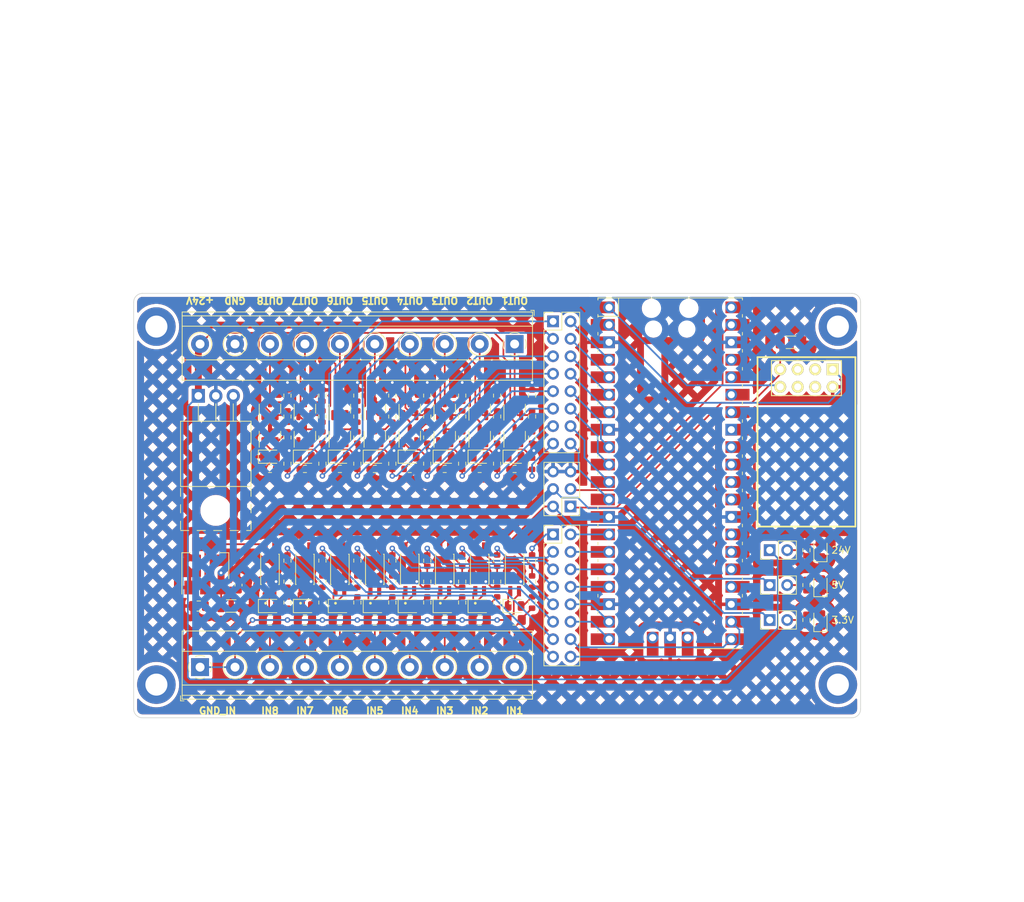
<source format=kicad_pcb>
(kicad_pcb (version 20211014) (generator pcbnew)
  (layers (0 "F.Cu" signal) (31 "B.Cu" signal) (34 "B.Paste" user) (35 "F.Paste" user) (36 "B.SilkS" user "B.Silkscreen") (37 "F.SilkS" user "F.Silkscreen") (38 "B.Mask" user) (39 "F.Mask" user) (44 "Edge.Cuts" user))
  (net 0 "")
  (net 1 "+5V")
  (net 2 "GND")
  (net 3 "+3.3V")
  (net 4 "Net-(D3-Pad2)")
  (net 5 "Net-(D4-Pad2)")
  (net 6 "Net-(D5-Pad2)")
  (net 7 "Net-(D6-Pad2)")
  (net 8 "Net-(D7-Pad2)")
  (net 9 "Net-(D8-Pad2)")
  (net 10 "Net-(Q5-Pad1)")
  (net 11 "Net-(Q5-Pad2)")
  (net 12 "Net-(Q6-Pad1)")
  (net 13 "Net-(Q6-Pad2)")
  (net 14 "Net-(Q7-Pad1)")
  (net 15 "Net-(Q7-Pad2)")
  (net 16 "Net-(Q8-Pad1)")
  (net 17 "Net-(Q8-Pad2)")
  (net 18 "Net-(Q13-Pad3)")
  (net 19 "Net-(Q10-Pad1)")
  (net 20 "Net-(Q11-Pad1)")
  (net 21 "Net-(Q12-Pad1)")
  (net 22 "Net-(Q13-Pad1)")
  (net 23 "Net-(Q13-Pad2)")
  (net 24 "Net-(Q14-Pad1)")
  (net 25 "Net-(Q14-Pad2)")
  (net 26 "Net-(Q15-Pad1)")
  (net 27 "Net-(Q15-Pad2)")
  (net 28 "Net-(Q16-Pad1)")
  (net 29 "Net-(Q16-Pad2)")
  (net 30 "Net-(D1-Pad2)")
  (net 31 "Net-(Q1-Pad1)")
  (net 32 "+24V")
  (net 33 "Net-(Q2-Pad1)")
  (net 34 "Net-(Q3-Pad1)")
  (net 35 "Net-(Q4-Pad1)")
  (net 36 "Net-(D2-Pad2)")
  (net 37 "IN1")
  (net 38 "OUT8")
  (net 39 "OUT7")
  (net 40 "OUT6")
  (net 41 "OUT5")
  (net 42 "OUT4")
  (net 43 "OUT3")
  (net 44 "OUT2")
  (net 45 "OUT1")
  (net 46 "GND1")
  (net 47 "Net-(D9-Pad1)")
  (net 48 "Net-(D9-Pad2)")
  (net 49 "Net-(R42-Pad1)")
  (net 50 "IN_1")
  (net 51 "IN8")
  (net 52 "IN7")
  (net 53 "IN6")
  (net 54 "IN5")
  (net 55 "IN4")
  (net 56 "IN3")
  (net 57 "IN2")
  (net 58 "Net-(D10-Pad1)")
  (net 59 "Net-(D10-Pad2)")
  (net 60 "Net-(R45-Pad1)")
  (net 61 "IN_2")
  (net 62 "Net-(D11-Pad1)")
  (net 63 "Net-(D11-Pad2)")
  (net 64 "Net-(D12-Pad1)")
  (net 65 "Net-(D12-Pad2)")
  (net 66 "Net-(R48-Pad1)")
  (net 67 "IN_4")
  (net 68 "Net-(R51-Pad1)")
  (net 69 "Net-(D13-Pad1)")
  (net 70 "Net-(D13-Pad2)")
  (net 71 "Net-(D14-Pad1)")
  (net 72 "Net-(D14-Pad2)")
  (net 73 "IN_3")
  (net 74 "Net-(R54-Pad1)")
  (net 75 "Net-(R57-Pad1)")
  (net 76 "IN_5")
  (net 77 "IN_6")
  (net 78 "Net-(D15-Pad1)")
  (net 79 "Net-(D15-Pad2)")
  (net 80 "Net-(D16-Pad1)")
  (net 81 "Net-(D16-Pad2)")
  (net 82 "Net-(R60-Pad1)")
  (net 83 "IN_7")
  (net 84 "Net-(R63-Pad1)")
  (net 85 "IN_8")
  (net 86 "OUT_1")
  (net 87 "OUT_2")
  (net 88 "OUT_3")
  (net 89 "OUT_4")
  (net 90 "OUT_5")
  (net 91 "OUT_6")
  (net 92 "OUT_7")
  (net 93 "OUT_8")
  (net 94 "GPIO8")
  (net 95 "GPIO9")
  (net 96 "GPIO10")
  (net 97 "GPIO11")
  (net 98 "GPIO12")
  (net 99 "GPIO13")
  (net 100 "GPIO14")
  (net 101 "GPIO15")
  (net 102 "GPIO16")
  (net 103 "GPIO17")
  (net 104 "GPIO2")
  (net 105 "GPIO3")
  (net 106 "GPIO4")
  (net 107 "GPIO5")
  (net 108 "GPIO6")
  (net 109 "GPIO7")
  (net 110 "ESP_RX")
  (net 111 "ESP_TX")
  (net 131 "ESP_3.3V")
  (net 132 "Pico_5V")
  (net 133 "Net-(D17-Pad2)")
  (net 134 "Net-(D18-Pad2)")
  (net 135 "Net-(D19-Pad2)")
  (net 136 "Net-(JP1-Pad2)")
  (net 137 "Net-(JP2-Pad2)")
  (net 138 "Net-(JP3-Pad2)")
  (footprint "Resistor_SMD:R_0603_1608Metric" (layer "F.Cu") (at 62.992 84.709 -90)
    (fp_text reference "R1" hide)
    (fp_text value "10K")
  )
  (footprint "MountingHole:MountingHole_3.2mm_M3_DIN965_Pad" (layer "F.Cu") (at 43.942 123.698 180)
    (fp_text reference "H1" hide)
    (fp_text value "MountingHole")
  )
  (footprint "Resistor_SMD:R_0603_1608Metric" (layer "F.Cu") (at 73.152 87.757 -90)
    (fp_text reference "R17" hide)
    (fp_text value "3K3")
  )
  (footprint "EL3H7:SOIC127P700X200-4N" (layer "F.Cu") (at 85.852 106.934 90)
    (fp_text reference "U6" hide)
    (fp_text value "EL3H7-G")
  )
  (footprint "LED_SMD:LED_0805_2012Metric" (layer "F.Cu") (at 90.932 90.551)
    (fp_text reference "D7" hide)
    (fp_text value "LED")
  )
  (footprint "Resistor_SMD:R_0603_1608Metric" (layer "F.Cu") (at 83.312 105.664 90)
    (fp_text reference "R51" hide)
    (fp_text value "4.7K")
  )
  (footprint "Connector_PinHeader_2.54mm:PinHeader_1x02_P2.54mm_Vertical" (layer "F.Cu") (at 133.091 104.14 90)
    (fp_text reference "JP3" hide)
    (fp_text value "Jumper_2_Open")
  )
  (footprint "Resistor_SMD:R_0603_1608Metric" (layer "F.Cu") (at 68.072 91.567 90)
    (fp_text reference "R6" hide)
    (fp_text value "1K")
  )
  (footprint "Resistor_SMD:R_0603_1608Metric" (layer "F.Cu") (at 93.472 87.757 -90)
    (fp_text reference "R37" hide)
    (fp_text value "3K3")
  )
  (footprint "Resistor_SMD:R_0603_1608Metric" (layer "F.Cu") (at 78.232 111.76 90)
    (fp_text reference "R53" hide)
    (fp_text value "3K3")
  )
  (footprint "EL3H7:SOIC127P700X200-4N" (layer "F.Cu") (at 60.452 106.934 90)
    (fp_text reference "U11" hide)
    (fp_text value "EL3H7-G")
  )
  (footprint "EL3H7:SOIC127P700X200-4N" (layer "F.Cu") (at 70.612 106.934 90)
    (fp_text reference "U9" hide)
    (fp_text value "EL3H7-G")
  )
  (footprint "EL3H7:SOIC127P700X200-4N" (layer "F.Cu") (at 96.012 106.934 90)
    (fp_text reference "U4" hide)
    (fp_text value "EL3H7-G")
  )
  (footprint "Resistor_SMD:R_0603_1608Metric" (layer "F.Cu") (at 78.232 108.712 -90)
    (fp_text reference "R55" hide)
    (fp_text value "4.7K")
  )
  (footprint "Resistor_SMD:R_0603_1608Metric" (layer "F.Cu") (at 80.772 92.329 180)
    (fp_text reference "R29" hide)
    (fp_text value "1K")
  )
  (footprint "Resistor_SMD:R_0603_1608Metric" (layer "F.Cu") (at 73.152 108.712 -90)
    (fp_text reference "R58" hide)
    (fp_text value "4.7K")
  )
  (footprint "Connector_PinHeader_2.54mm:PinHeader_1x02_P2.54mm_Vertical" (layer "F.Cu") (at 133.091 114.3 90)
    (fp_text reference "JP1" hide)
    (fp_text value "Jumper_2_Open")
  )
  (footprint "EL3H7:SOIC127P700X200-4N" (layer "F.Cu") (at 90.932 106.934 90)
    (fp_text reference "U5" hide)
    (fp_text value "EL3H7-G")
  )
  (footprint "ESP8266:ESP-01" (layer "F.Cu") (at 142.24 77.851 -90)
    (fp_text reference "U3" hide)
    (fp_text value "ESP-01v090")
  )
  (footprint "EL3H7:SOIC127P700X200-4N" (layer "F.Cu") (at 75.692 106.934 90)
    (fp_text reference "U8" hide)
    (fp_text value "EL3H7-G")
  )
  (footprint "LED_SMD:LED_0805_2012Metric" (layer "F.Cu") (at 60.452 112.268)
    (fp_text reference "D16" hide)
    (fp_text value "LED")
  )
  (footprint "Resistor_SMD:R_0603_1608Metric" (layer "F.Cu") (at 73.152 81.661 90)
    (fp_text reference "R18" hide)
    (fp_text value "10K")
  )
  (footprint "Resistor_SMD:R_0603_1608Metric" (layer "F.Cu") (at 88.392 84.709 -90)
    (fp_text reference "R22" hide)
    (fp_text value "10K")
  )
  (footprint "Connector_PinHeader_2.54mm:PinHeader_2x08_P2.54mm_Vertical" (layer "F.Cu") (at 101.6 101.854)
    (fp_text reference "J4" hide)
    (fp_text value "Conn_02x08_Odd_Even")
  )
  (footprint "Resistor_SMD:R_0603_1608Metric" (layer "F.Cu") (at 88.392 111.76 90)
    (fp_text reference "R47" hide)
    (fp_text value "3K3")
  )
  (footprint "Connector_PinHeader_2.54mm:PinHeader_2x08_P2.54mm_Vertical" (layer "F.Cu") (at 101.6 70.866)
    (fp_text reference "J5" hide)
    (fp_text value "Conn_02x08_Odd_Even")
  )
  (footprint "LED_SMD:LED_0805_2012Metric" (layer "F.Cu") (at 140.462 104.14 90)
    (fp_text reference "D19" hide)
    (fp_text value "LED")
  )
  (footprint "Resistor_SMD:R_0603_1608Metric" (layer "F.Cu") (at 62.992 91.567 90)
    (fp_text reference "R5" hide)
    (fp_text value "1K")
  )
  (footprint "LED_SMD:LED_0805_2012Metric" (layer "F.Cu") (at 65.532 112.268)
    (fp_text reference "D15" hide)
    (fp_text value "LED")
  )
  (footprint "LED_SMD:LED_0805_2012Metric" (layer "F.Cu") (at 96.012 90.551)
    (fp_text reference "D8" hide)
    (fp_text value "LED")
  )
  (footprint "Capacitor_SMD:C_0805_2012Metric_Pad1.18x1.45mm_HandSolder" (layer "F.Cu") (at 60.452 114.3 180)
    (fp_text reference "C11" hide)
    (fp_text value "100n")
  )
  (footprint "Resistor_SMD:R_0603_1608Metric" (layer "F.Cu") (at 70.612 92.329 180)
    (fp_text reference "R11" hide)
    (fp_text value "1K")
  )
  (footprint "Resistor_SMD:R_0603_1608Metric" (layer "F.Cu") (at 93.472 81.661 90)
    (fp_text reference "R38" hide)
    (fp_text value "10K")
  )
  (footprint "Capacitor_SMD:C_0805_2012Metric_Pad1.18x1.45mm_HandSolder" (layer "F.Cu") (at 70.612 114.3 180)
    (fp_text reference "C9" hide)
    (fp_text value "100n")
  )
  (footprint "Resistor_SMD:R_0603_1608Metric" (layer "F.Cu") (at 73.152 111.76 90)
    (fp_text reference "R56" hide)
    (fp_text value "3K3")
  )
  (footprint "Capacitor_SMD:C_0805_2012Metric_Pad1.18x1.45mm_HandSolder" (layer "F.Cu") (at 80.772 114.3 180)
    (fp_text reference "C7" hide)
    (fp_text value "100n")
  )
  (footprint "LED_SMD:LED_0805_2012Metric" (layer "F.Cu") (at 70.612 90.551)
    (fp_text reference "D3" hide)
    (fp_text value "LED")
  )
  (footprint "Package_TO_SOT_SMD:SOT-23" (layer "F.Cu") (at 96.012 83.566 90)
    (fp_text reference "Q12" hide)
    (fp_text value "AO3401A")
  )
  (footprint "Resistor_SMD:R_0603_1608Metric" (layer "F.Cu") (at 93.472 108.712 -90)
    (fp_text reference "R46" hide)
    (fp_text value "4.7K")
  )
  (footprint "LED_SMD:LED_0805_2012Metric" (layer "F.Cu") (at 85.852 90.551)
    (fp_text reference "D6" hide)
    (fp_text value "LED")
  )
  (footprint "Package_TO_SOT_THT:TO-220-3_Horizontal_TabUp" (layer "F.Cu") (at 50.038 81.702)
    (fp_text reference "IC1" hide)
    (fp_text value "78TV")
  )
  (footprint "Package_TO_SOT_SMD:SOT-23" (layer "F.Cu") (at 85.852 87.503 90)
    (fp_text reference "Q14" hide)
    (fp_text value "2N3904")
  )
  (footprint "Resistor_SMD:R_0603_1608Metric" (layer "F.Cu") (at 88.392 105.664 90)
    (fp_text reference "R48" hide)
    (fp_text value "4.7K")
  )
  (footprint "Resistor_SMD:R_0603_1608Metric" (layer "F.Cu") (at 138.43 114.3 90)
    (fp_text reference "R65" hide)
    (fp_text value "220")
  )
  (footprint "Resistor_SMD:R_0603_1608Metric" (layer "F.Cu") (at 93.472 111.76 90)
    (fp_text reference "R44" hide)
    (fp_text value "3K3")
  )
  (footprint "Pi_Pico:RPi_Pico_SMD_TH" (layer "F.Cu") (at 118.618 92.964)
    (fp_text reference "U2" hide)
    (fp_text value "Pico")
  )
  (footprint "Resistor_SMD:R_0603_1608Metric" (layer "F.Cu") (at 98.552 105.664 90)
    (fp_text reference "R42" hide)
    (fp_text value "4.7K")
  )
  (footprint "Resistor_SMD:R_0603_1608Metric" (layer "F.Cu") (at 62.992 105.664 90)
    (fp_text reference "R63" hide)
    (fp_text value "4.7K")
  )
  (footprint "Resistor_SMD:R_0603_1608Metric" (layer "F.Cu") (at 83.312 81.661 90)
    (fp_text reference "R34" hide)
    (fp_text value "10K")
  )
  (footprint "LED_SMD:LED_0805_2012Metric" (layer "F.Cu") (at 75.692 112.268)
    (fp_text reference "D13" hide)
    (fp_text value "LED")
  )
  (footprint "Resistor_SMD:R_0603_1608Metric" (layer "F.Cu") (at 88.392 108.712 -90)
    (fp_text reference "R49" hide)
    (fp_text value "4.7K")
  )
  (footprint "Package_TO_SOT_SMD:SOT-23" (layer "F.Cu") (at 90.932 87.503 90)
    (fp_text reference "Q15" hide)
    (fp_text value "2N3904")
  )
  (footprint "Resistor_SMD:R_0603_1608Metric" (layer "F.Cu") (at 88.392 81.661 90)
    (fp_text reference "R36" hide)
    (fp_text value "10K")
  )
  (footprint "Resistor_SMD:R_0603_1608Metric" (layer "F.Cu") (at 83.312 111.76 90)
    (fp_text reference "R50" hide)
    (fp_text value "3K3")
  )
  (footprint "Capacitor_SMD:C_0805_2012Metric" (layer "F.Cu") (at 50.104 112.268 180)
    (fp_text reference "C2" hide)
    (fp_text value "47µF")
  )
  (footprint "EL3H7:SOIC127P700X200-4N" (layer "F.Cu") (at 80.772 106.934 90)
    (fp_text reference "U7" hide)
    (fp_text value "EL3H7-G")
  )
  (footprint "Resistor_SMD:R_0603_1608Metric" (layer "F.Cu") (at 98.552 111.76 90)
    (fp_text reference "R41" hide)
    (fp_text value "3K3")
  )
  (footprint "Resistor_SMD:R_0603_1608Metric" (layer "F.Cu") (at 83.312 84.709 -90)
    (fp_text reference "R21" hide)
    (fp_text value "10K")
  )
  (footprint "Resistor_SMD:R_0603_1608Metric" (layer "F.Cu") (at 88.392 87.757 -90)
    (fp_text reference "R35" hide)
    (fp_text value "3K3")
  )
  (footprint "LED_SMD:LED_0805_2012Metric" (layer "F.Cu") (at 90.932 112.268)
    (fp_text reference "D10" hide)
    (fp_text value "LED")
  )
  (footprint "Package_TO_SOT_SMD:SOT-23" (layer "F.Cu") (at 80.772 83.566 90)
    (fp_text reference "Q9" hide)
    (fp_text value "AO3401A")
  )
  (footprint "Capacitor_SMD:C_0805_2012Metric_Pad1.18x1.45mm_HandSolder" (layer "F.Cu") (at 96.012 114.3 180)
    (fp_text reference "C4" hide)
    (fp_text value "100n")
  )
  (footprint "LED_SMD:LED_0805_2012Metric" (layer "F.Cu") (at 140.462 109.22 90)
    (fp_text reference "D18" hide)
    (fp_text value "LED")
  )
  (footprint "Resistor_SMD:R_0603_1608Metric" (layer "F.Cu") (at 68.072 111.76 90)
    (fp_text reference "R59" hide)
    (fp_text value "3K3")
  )
  (footprint "Resistor_SMD:R_0603_1608Metric" (layer "F.Cu") (at 62.992 111.76 90)
    (fp_text reference "R62" hide)
    (fp_text value "3K3")
  )
  (footprint "Connector_PinHeader_2.54mm:PinHeader_2x03_P2.54mm_Vertical" (layer "F.Cu") (at 104.14 97.79 180)
    (fp_text reference "J3" hide)
    (fp_text value "Conn_02x03_Odd_Even")
  )
  (footprint "LED_SMD:LED_0805_2012Metric" (layer "F.Cu") (at 96.012 112.268)
    (fp_text reference "D9" hide)
    (fp_text value "LED")
  )
  (footprint "Package_TO_SOT_SMD:SOT-23" (layer "F.Cu") (at 75.692 87.503 90)
    (fp_text reference "Q8" hide)
    (fp_text value "2N3904")
  )
  (footprint "Resistor_SMD:R_0603_1608Metric" (layer "F.Cu") (at 75.692 92.329 180)
    (fp_text reference "R12" hide)
    (fp_text value "1K")
  )
  (footprint "MountingHole:MountingHole_3.2mm_M3_DIN965_Pad" (layer "F.Cu") (at 43.942 71.628 180)
    (fp_text reference "H4" hide)
    (fp_text value "MountingHole")
  )
  (footprint "Package_TO_SOT_SMD:SOT-23" (layer "F.Cu") (at 75.692 83.566 90)
    (fp_text reference "Q4" hide)
    (fp_text value "AO3401A")
  )
  (footprint "Resistor_SMD:R_0603_1608Metric" (layer "F.Cu") (at 83.312 108.712 -90)
    (fp_text reference "R52" hide)
    (fp_text value "4.7K")
  )
  (footprint "Resistor_SMD:R_0603_1608Metric" (layer "F.Cu") (at 83.312 91.567 90)
    (fp_text reference "R25" hide)
    (fp_text value "1K")
  )
  (footprint "Resistor_SMD:R_0603_1608Metric" (layer "F.Cu") (at 93.472 105.664 90)
    (fp_text reference "R45" hide)
    (fp_text value "4.7K")
  )
  (footprint "Resistor_SMD:R_0603_1608Metric" (layer "F.Cu") (at 93.472 91.567 90)
    (fp_text reference "R27" hide)
    (fp_text value "1K")
  )
  (footprint "Resistor_SMD:R_0603_1608Metric" (layer "F.Cu") (at 68.072 108.712 -90)
    (fp_text reference "R61" hide)
    (fp_text value "4.7K")
  )
  (footprint "Resistor_SMD:R_0603_1608Metric" (layer "F.Cu") (at 78.232 91.567 90)
    (fp_text reference "R8" hide)
    (fp_text value "1K")
  )
  (footprint "Resistor_SMD:R_0603_1608Metric" (layer "F.Cu") (at 98.552 108.712 -90)
    (fp_text reference "R43" hide)
    (fp_text value "4.7K")
  )
  (footprint "Capacitor_SMD:C_1206_3216Metric_Pad1.33x1.80mm_HandSolder" (layer "F.Cu") (at 136.1825 73.914)
    (fp_text reference "C12" hide)
    (fp_text value "C")
  )
  (footprint "Package_TO_SOT_SMD:SOT-23" (layer "F.Cu") (at 96.012 87.503 90)
    (fp_text reference "Q16" hide)
    (fp_text value "2N3904")
  )
  (footprint "MountingHole:MountingHole_3.2mm_M3_DIN965_Pad" (layer "F.Cu") (at 143.002 71.628 180)
    (fp_text reference "H3" hide)
    (fp_text value "MountingHole")
  )
  (footprint "Capacitor_SMD:C_0805_2012Metric_Pad1.18x1.45mm_HandSolder" (layer "F.Cu") (at 75.692 114.3 180)
    (fp_text reference "C8" hide)
    (fp_text value "100n")
  )
  (footprint "LED_SMD:LED_0805_2012Metric" (layer "F.Cu") (at 85.852 112.268)
    (fp_text reference "D11" hide)
    (fp_text value "LED")
  )
  (footprint "Capacitor_SMD:C_0805_2012Metric_Pad1.18x1.45mm_HandSolder" (layer "F.Cu") (at 85.852 114.3 180)
    (fp_text reference "C6" hide)
    (fp_text value "100n")
  )
  (footprint "Resistor_SMD:R_0603_1608Metric" (layer "F.Cu") (at 83.312 87.757 -90)
    (fp_text reference "R33" hide)
    (fp_text value "3K3")
  )
  (footprint "Resistor_SMD:R_0603_1608Metric" (layer "F.Cu") (at 62.992 108.712 -90)
    (fp_text reference "R64" hide)
    (fp_text value "4.7K")
  )
  (footprint "LED_SMD:LED_0805_2012Metric" (layer "F.Cu") (at 75.692 90.551)
    (fp_text reference "D4" hide)
    (fp_text value "LED")
  )
  (footprint "Connector_PinHeader_2.54mm:PinHeader_1x02_P2.54mm_Vertical" (layer "F.Cu") (at 133.091 109.22 90)
    (fp_text reference "JP2" hide)
    (fp_text value "Jumper_2_Open")
  )
  (footprint "Resistor_SMD:R_0603_1608Metric" (layer "F.Cu") (at 96.012 92.329 180)
    (fp_text reference "R32" hide)
    (fp_text value "1K")
  )
  (footprint "Resistor_SMD:R_0603_1608Metric" (layer "F.Cu") (at 85.852 92.329 180)
    (fp_text reference "R30" hide)
    (fp_text value "1K")
  )
  (footprint "Resistor_SMD:R_0603_1608Metric" (layer "F.Cu") (at 138.43 104.14 90)
    (fp_text reference "R67" hide)
    (fp_text value "4.7K")
  )
  (footprint "Capacitor_SMD:C_1206_3216Metric" (layer "F.Cu") (at 54.815 112.268)
    (fp_text reference "C3" hide)
    (fp_text value "C-EUC1206")
  )
  (footprint "Capacitor_SMD:C_0805_2012Metric_Pad1.18x1.45mm_HandSolder" (layer "F.Cu") (at 65.532 114.3 180)
    (fp_text reference "C10" hide)
    (fp_text value "100n")
  )
  (footprint "Resistor_SMD:R_0603_1608Metric" (layer "F.Cu") (at 65.532 92.329 180)
    (fp_text reference "R10" hide)
    (fp_text value "1K")
  )
  (footprint "TerminalBlock_Phoenix:TerminalBlock_Phoenix_MKDS-1,5-10-5.08_1x10_P5.08mm_Horizontal" (layer "F.Cu") (at 96.012 74.168 180)
    (fp_text reference "J1" hide)
    (fp_text value "Screw_Terminal_01x10")
  )
  (footprint "Capacitor_SMD:C_0805_2012Metric_Pad1.18x1.45mm_HandSolder" (layer "F.Cu") (at 90.932 114.3 180)
    (fp_text reference "C5" hide)
    (fp_text value "100n")
  )
  (footprint "LED_SMD:LED_0805_2012Metric" (layer "F.Cu") (at 65.532 90.551)
    (fp_text reference "D2" hide)
    (fp_text value "LED")
  )
  (footprint "Resistor_SMD:R_0603_1608Metric" (layer "F.Cu") (at 98.552 84.709 -90)
    (fp_text reference "R24" hide)
    (fp_text value "10K")
  )
  (footprint "Resistor_SMD:R_0603_1608Metric" (layer "F.Cu") (at 93.472 84.709 -90)
    (fp_text reference "R23" hide)
    (fp_text value "10K")
  )
  (footprint "Resistor_SMD:R_0603_1608Metric" (layer "F.Cu") (at 73.152 91.567 90)
    (fp_text reference "R7" hide)
    (fp_text value "1K")
  )
  (footprint "TerminalBlock_Phoenix:TerminalBlock_Phoenix_MKDS-1,5-10-5.08_1x10_P5.08mm_Horizontal" (layer "F.Cu") (at 50.292 121.158)
    (fp_text reference "J2" hide)
    (fp_text value "Screw_Terminal_01x10")
  )
  (footprint "Resistor_SMD:R_0603_1608Metric" (layer "F.Cu") (at 73.152 84.709 -90)
    (fp_text reference "R3" hide)
    (fp_text value "10K")
  )
  (footprint "LED_SMD:LED_0805_2012Metric" (layer "F.Cu") (at 80.772 112.268)
    (fp_text reference "D12" hide)
    (fp_text value "LED")
  )
  (footprint "Resistor_SMD:R_0603_1608Metric" (layer "F.Cu") (at 68.072 105.664 90)
    (fp_text reference "R60" hide)
    (fp_text value "4.7K")
  )
  (footprint "Resistor_SMD:R_0603_1608Metric" (layer "F.Cu") (at 62.992 81.661 90)
    (fp_text reference "R14" hide)
    (fp_text value "10K")
  )
  (footprint "Package_TO_SOT_SMD:SOT-23" (layer "F.Cu") (at 65.532 83.566 90)
    (fp_text reference "Q2" hide)
    (fp_text value "AO3401A")
  )
  (footprint "Package_TO_SOT_SMD:SOT-23" (layer "F.Cu") (at 80.772 87.503 90)
    (fp_text reference "Q13" hide)
    (fp_text value "2N3904")
  )
  (footprint "Resistor_SMD:R_0603_1608Metric" (layer "F.Cu") (at 78.232 105.664 90)
    (fp_text reference "R54" hide)
    (fp_text value "4.7K")
  )
  (footprint "EL3H7:SOIC127P700X200-4N" (layer "F.Cu") (at 65.532 106.934 90)
    (fp_text reference "U10" hide)
    (fp_text value "EL3H7-G")
  )
  (footprint "Resistor_SMD:R_0603_1608Metric" (layer "F.Cu") (at 90.932 92.329 180)
    (fp_text reference "R31" hide)
    (fp_text value "1K")
  )
  (footprint "Resistor_SMD:R_0603_1608Metric" (layer "F.Cu") (at 98.552 87.757 -90)
    (fp_text reference "R39" hide)
    (fp_text value "3K3")
  )
  (footprint "Package_TO_SOT_SMD:SOT-23" (layer "F.Cu") (at 90.932 83.566 90)
    (fp_text reference "Q11" hide)
    (fp_text value "AO3401A")
  )
  (footprint "Package_TO_SOT_SMD:SOT-23" (layer "F.Cu") (at 60.452 87.503 90)
    (fp_text reference "Q5" hide)
    (fp_text value "2N3904")
  )
  (footprint "Resistor_SMD:R_0603_1608Metric" (layer "F.Cu") (at 68.072 81.661 90)
    (fp_text reference "R16" hide)
    (fp_text value "10K")
  )
  (footprint "Resistor_SMD:R_0603_1608Metric" (layer "F.Cu") (at 78.232 81.661 90)
    (fp_text reference "R20" hide)
    (fp_text value "10K")
  )
  (footprint "Capacitor_SMD:C_0603_1608Metric" (layer "F.Cu") (at 55.88 109.22 90)
    (fp_text reference "C1" hide)
    (fp_text value "10µF")
  )
  (footprint "Resistor_SMD:R_0603_1608Metric" (layer "F.Cu") (at 73.152 105.664 90)
    (fp_text reference "R57" hide)
    (fp_text value "4.7K")
  )
  (footprint "Package_TO_SOT_SMD:SOT-23" (layer "F.Cu") (at 60.452 83.566 90)
    (fp_text reference "Q1" hide)
    (fp_text value "AO3401A")
  )
  (footprint "Package_TO_SOT_SMD:SOT-23" (layer "F.Cu") (at 65.532 87.503 90)
    (fp_text reference "Q6" hide)
    (fp_text value "2N3904")
  )
  (footprint "LED_SMD:LED_0805_2012Metric" (layer "F.Cu") (at 60.452 90.551)
    (fp_text reference "D1" hide)
    (fp_text value "LED")
  )
  (footprint "Resistor_SMD:R_0603_1608Metric" (layer "F.Cu") (at 88.392 91.567 90)
    (fp_text reference "R26" hide)
    (fp_text value "1K")
  )
  (footprint "Resistor_SMD:R_0603_1608Metric" (layer "F.Cu") (at 78.232 87.757 -90)
    (fp_text reference "R19" hide)
    (fp_text value "3K3")
  )
  (footprint "Package_TO_SOT_SMD:SOT-23" (layer "F.Cu") (at 70.612 83.566 90)
    (fp_text reference "Q3" hide)
    (fp_text value "AO3401A")
  )
  (footprint "Resistor_SMD:R_0603_1608Metric" (layer "F.Cu") (at 62.992 87.757 -90)
    (fp_text reference "R13" hide)
    (fp_text value "3K3")
  )
  (footprint "Package_TO_SOT_SMD:SOT-23" (layer "F.Cu") (at 70.612 87.503 90)
    (fp_text reference "Q7" hide)
    (fp_text value "2N3904")
  )
  (footprint "Resistor_SMD:R_0603_1608Metric" (layer "F.Cu") (at 78.232 84.709 -90)
    (fp_text reference "R4" hide)
    (fp_text value "10K")
  )
  (footprint "Resistor_SMD:R_0603_1608Metric" (layer "F.Cu") (at 68.072 87.757 -90)
    (fp_text reference "R15" hide)
    (fp_text value "3K3")
  )
  (footprint "Package_TO_SOT_SMD:SOT-23" (layer "F.Cu") (at 85.852 83.566 90)
    (fp_text reference "Q10" hide)
    (fp_text value "AO3401A")
  )
  (footprint "Resistor_SMD:R_0603_1608Metric" (layer "F.Cu") (at 68.072 84.709 -90)
    (fp_text reference "R2" hide)
    (fp_text value "10K")
  )
  (footprint "LED_SMD:LED_0805_2012Metric" (layer "F.Cu") (at 80.772 90.551)
    (fp_text reference "D5" hide)
    (fp_text value "LED")
  )
  (footprint "Resistor_SMD:R_0603_1608Metric" (layer "F.Cu") (at 98.552 91.567 90)
    (fp_text reference "R28" hide)
    (fp_text value "1K")
  )
  (footprint "Resistor_SMD:R_0603_1608Metric" (layer "F.Cu") (at 98.552 81.661 90)
    (fp_text reference "R40" hide)
    (fp_text value "10K")
  )
  (footprint "MountingHole:MountingHole_3.2mm_M3_DIN965_Pad" (layer "F.Cu") (at 143.002 123.698 180)
    (fp_text reference "H2" hide)
    (fp_text value "MountingHole")
  )
  (footprint "Resistor_SMD:R_0603_1608Metric" (layer "F.Cu") (at 60.452 92.329 180)
    (fp_text reference "R9" hide)
    (fp_text value "1K")
  )
  (footprint "LED_SMD:LED_0805_2012Metric" (layer "F.Cu") (at 140.462 114.3 90)
    (fp_text reference "D17" hide)
    (fp_text value "LED")
  )
  (footprint "Resistor_SMD:R_0603_1608Metric" (layer "F.Cu") (at 138.43 109.22 90)
    (fp_text reference "R66" hide)
    (fp_text value "560")
  )
  (footprint "LED_SMD:LED_0805_2012Metric" (layer "F.Cu") (at 70.612 112.268)
    (fp_text reference "D14" hide)
    (fp_text value "LED")
  )
  (footprint "Package_TO_SOT_SMD:SOT-223-3_TabPin2" (layer "F.Cu") (at 51.054 106.426 90)
    (fp_text reference "U1" hide)
    (fp_text value "AMS1117-3.3")
  )
  (gr_arc (start 145.034 66.802026) (mid 145.932016 67.174002) (end 146.304 68.072026) (layer "Edge.Cuts") (width 0.1))
  (gr_line (start 146.304 68.072026) (end 146.304 127.254) (layer "Edge.Cuts") (width 0.1))
  (gr_arc (start 40.64 68.072) (mid 41.011965 67.173958) (end 41.91 66.802) (layer "Edge.Cuts") (width 0.1))
  (gr_arc (start 146.304 127.254) (mid 145.932026 128.152026) (end 145.034 128.524) (layer "Edge.Cuts") (width 0.1))
  (gr_line (start 145.034 128.524) (end 41.91 128.524) (layer "Edge.Cuts") (width 0.1))
  (gr_line (start 40.64 127.254) (end 40.64 68.072) (layer "Edge.Cuts") (width 0.1))
  (gr_arc (start 41.91 128.524) (mid 41.011974 128.152026) (end 40.64 127.254) (layer "Edge.Cuts") (width 0.1))
  (gr_line (start 145.034 66.802026) (end 41.91 66.802) (layer "Edge.Cuts") (width 0.1))
  (gr_text "GND" (at 55.372 67.818 180) (layer "F.SilkS") (effects (font (size 1 1) (thickness 0.25))))
  (gr_text "3.3V\n" (at 141.986 114.3) (layer "F.SilkS") (effects (font (size 1 1)) (justify left)))
  (gr_text "IN1" (at 96.012 127.508) (layer "F.SilkS") (effects (font (size 1 1) (thickness 0.25))))
  (gr_text "OUT6" (at 70.612 67.818 180) (layer "F.SilkS") (effects (font (size 1 1) (thickness 0.25))))
  (gr_text "IN3" (at 85.852 127.508) (layer "F.SilkS") (effects (font (size 1 1) (thickness 0.25))))
  (gr_text "OUT8" (at 60.452 67.818 180) (layer "F.SilkS") (effects (font (size 1 1) (thickness 0.25))))
  (gr_text "OUT4" (at 80.772 67.818 180) (layer "F.SilkS") (effects (font (size 1 1) (thickness 0.25))))
  (gr_text "GND_IN" (at 52.832 127.508) (layer "F.SilkS") (effects (font (size 1 1) (thickness 0.25))))
  (gr_text "IN8" (at 60.452 127.508) (layer "F.SilkS") (effects (font (size 1 1) (thickness 0.25))))
  (gr_text "+24V" (at 50.292 67.818 180) (layer "F.SilkS") (effects (font (size 1 1) (thickness 0.25))))
  (gr_text "IN6" (at 70.612 127.508) (layer "F.SilkS") (effects (font (size 1 1) (thickness 0.25))))
  (gr_text "IN4" (at 80.772 127.508) (layer "F.SilkS") (effects (font (size 1 1) (thickness 0.25))))
  (gr_text "OUT7" (at 65.532 67.818 180) (layer "F.SilkS") (effects (font (size 1 1) (thickness 0.25))))
  (gr_text "24V" (at 141.986 104.14) (layer "F.SilkS") (effects (font (size 1 1)) (justify left)))
  (gr_text "IN2" (at 90.932 127.508) (layer "F.SilkS") (effects (font (size 1 1) (thickness 0.25))))
  (gr_text "OUT2" (at 90.932 67.818 180) (layer "F.SilkS") (effects (font (size 1 1) (thickness 0.25))))
  (gr_text "IN5" (at 75.692 127.508) (layer "F.SilkS") (effects (font (size 1 1) (thickness 0.25))))
  (gr_text "5V" (at 141.986 109.22) (layer "F.SilkS") (effects (font (size 1 1)) (justify left)))
  (gr_text "IN7" (at 65.532 127.508) (layer "F.SilkS") (effects (font (size 1 1) (thickness 0.25))))
  (gr_text "OUT3" (at 85.852 67.818 180) (layer "F.SilkS") (effects (font (size 1 1) (thickness 0.25))))
  (gr_text "OUT1" (at 96.012 67.818 180) (layer "F.SilkS") (effects (font (size 1 1) (thickness 0.25))))
  (gr_text "OUT5" (at 75.692 67.818 180) (layer "F.SilkS") (effects (font (size 1 1) (thickness 0.25))))
  (segment (start 53.354 109.576) (end 55.461 109.576) (width 0.25) (layer "F.Cu") (net 1))
  (segment (start 55.461 109.576) (end 55.88 109.995) (width 0.25) (layer "F.Cu") (net 1))
  (segment (start 53.354 112.254) (end 53.34 112.268) (width 0.25) (layer "F.Cu") (net 1))
  (segment (start 53.354 109.576) (end 53.354 112.254) (width 0.25) (layer "F.Cu") (net 1))
  (segment (start 53.34 107.442) (end 53.34 109.562) (width 1) (layer "F.Cu") (net 1))
  (segment (start 53.34 109.562) (end 53.354 109.576) (width 0.25) (layer "F.Cu") (net 1))
  (via (at 53.34 107.442) (size 0.8) (drill 0.4) (layers "F.Cu" "B.Cu") (net 1))
  (segment (start 62.23 98.552) (end 98.298 98.552) (width 1) (layer "B.Cu") (net 1))
  (segment (start 105.22 96.52) (end 102.87 96.52) (width 0.25) (layer "B.Cu") (net 1))
  (segment (start 102.87 96.52) (end 101.6 95.25) (width 0.25) (layer "B.Cu") (net 1))
  (segment (start 55.118 105.664) (end 62.23 98.552) (width 1) (layer "B.Cu") (net 1))
  (segment (start 55.118 105.664) (end 53.34 107.442) (width 1) (layer "B.Cu") (net 1))
  (segment (start 111.824396 98.044) (end 106.744 98.044) (width 0.25) (layer "B.Cu") (net 1))
  (segment (start 106.744 98.044) (end 105.22 96.52) (width 0.25) (layer "B.Cu") (net 1))
  (segment (start 122.079396 108.299) (end 111.824396 98.044) (width 0.25) (layer "B.Cu") (net 1))
  (segment (start 55.118 81.702) (end 55.118 105.664) (width 1) (layer "B.Cu") (net 1))
  (segment (start 122.079396 108.299) (end 132.17 108.299) (width 0.25) (layer "B.Cu") (net 1))
  (segment (start 132.17 108.299) (end 133.091 109.22) (width 0.25) (layer "B.Cu") (net 1))
  (segment (start 98.298 98.552) (end 101.6 95.25) (width 1) (layer "B.Cu") (net 1))
  (segment (start 88.646 89.662) (end 89.1055 89.662) (width 0.25) (layer "F.Cu") (net 2))
  (segment (start 73.8655 89.662) (end 74.7545 90.551) (width 0.25) (layer "F.Cu") (net 2))
  (segment (start 68.326 89.662) (end 68.7855 89.662) (width 0.25) (layer "F.Cu") (net 2))
  (segment (start 78.9455 89.662) (end 79.8345 90.551) (width 0.25) (layer "F.Cu") (net 2))
  (segment (start 68.072 109.537) (end 67.246 109.537) (width 0.25) (layer "F.Cu") (net 2))
  (segment (start 72.326 109.537) (end 71.501 108.712) (width 0.25) (layer "F.Cu") (net 2))
  (segment (start 63.7055 89.662) (end 64.5945 90.551) (width 0.25) (layer "F.Cu") (net 2))
  (segment (start 89.1055 89.662) (end 89.9945 90.551) (width 0.25) (layer "F.Cu") (net 2))
  (segment (start 87.566 109.537) (end 86.741 108.712) (width 0.25) (layer "F.Cu") (net 2))
  (segment (start 78.486 89.662) (end 78.9455 89.662) (width 0.25) (layer "F.Cu") (net 2))
  (segment (start 84.0255 89.662) (end 84.9145 90.551) (width 0.25) (layer "F.Cu") (net 2))
  (segment (start 63.246 89.662) (end 63.7055 89.662) (width 0.25) (layer "F.Cu") (net 2))
  (segment (start 94.1855 89.662) (end 95.0745 90.551) (width 0.25) (layer "F.Cu") (net 2))
  (segment (start 83.566 89.662) (end 84.0255 89.662) (width 0.25) (layer "F.Cu") (net 2))
  (segment (start 68.7855 89.662) (end 69.6745 90.551) (width 0.25) (layer "F.Cu") (net 2))
  (segment (start 62.992 109.537) (end 62.166 109.537) (width 0.25) (layer "F.Cu") (net 2))
  (segment (start 97.726 109.537) (end 96.901 108.712) (width 0.25) (layer "F.Cu") (net 2))
  (segment (start 73.406 89.662) (end 73.8655 89.662) (width 0.25) (layer "F.Cu") (net 2))
  (segment (start 83.312 109.537) (end 82.613 109.537) (width 0.25) (layer "F.Cu") (net 2))
  (segment (start 88.392 109.537) (end 87.566 109.537) (width 0.25) (layer "F.Cu") (net 2))
  (segment (start 98.552 109.537) (end 97.726 109.537) (width 0.25) (layer "F.Cu") (net 2))
  (segment (start 93.472 109.537) (end 92.646 109.537) (width 0.25) (layer "F.Cu") (net 2))
  (segment (start 92.646 109.537) (end 91.821 108.712) (width 0.25) (layer "F.Cu") (net 2))
  (segment (start 93.726 89.662) (end 94.1855 89.662) (width 0.25) (layer "F.Cu") (net 2))
  (segment (start 82.613 109.537) (end 81.788 108.712) (width 0.25) (layer "F.Cu") (net 2))
  (segment (start 77.406 109.537) (end 76.581 108.712) (width 0.25) (layer "F.Cu") (net 2))
  (segment (start 62.166 109.537) (end 61.341 108.712) (width 0.25) (layer "F.Cu") (net 2))
  (segment (start 73.152 109.537) (end 72.326 109.537) (width 0.25) (layer "F.Cu") (net 2))
  (segment (start 67.246 109.537) (end 66.421 108.712) (width 0.25) (layer "F.Cu") (net 2))
  (segment (start 78.232 109.537) (end 77.406 109.537) (width 0.25) (layer "F.Cu") (net 2))
  (via (at 91.821 108.712) (size 0.8) (drill 0.4) (layers "F.Cu" "B.Cu") (net 2))
  (via (at 81.788 108.712) (size 0.8) (drill 0.4) (layers "F.Cu" "B.Cu") (net 2))
  (via (at 83.312 79.756) (size 0.8) (drill 0.4) (layers "F.Cu" "B.Cu") (net 2))
  (via (at 71.501 108.712) (size 0.8) (drill 0.4) (layers "F.Cu" "B.Cu") (net 2))
  (via (at 78.232 79.756) (size 0.8) (drill 0.4) (layers "F.Cu" "B.Cu") (net 2))
  (via (at 98.552 79.756) (size 0.8) (drill 0.4) (layers "F.Cu" "B.Cu") (net 2))
  (via (at 96.901 108.712) (size 0.8) (drill 0.4) (layers "F.Cu" "B.Cu") (net 2))
  (via (at 68.072 79.756) (size 0.8) (drill 0.4) (layers "F.Cu" "B.Cu") (net 2))
  (via (at 61.341 108.712) (size 0.8) (drill 0.4) (layers "F.Cu" "B.Cu") (net 2))
  (via (at 93.726 89.662) (size 0.8) (drill 0.4) (layers "F.Cu" "B.Cu") (net 2))
  (via (at 86.741 108.712) (size 0.8) (drill 0.4) (layers "F.Cu" "B.Cu") (net 2))
  (via (at 62.992 79.756) (size 0.8) (drill 0.4) (layers "F.Cu" "B.Cu") (net 2))
  (via (at 93.472 79.756) (size 0.8) (drill 0.4) (layers "F.Cu" "B.Cu") (net 2))
  (via (at 78.486 89.662) (size 0.8) (drill 0.4) (layers "F.Cu" "B.Cu") (net 2))
  (via (at 73.406 89.662) (size 0.8) (drill 0.4) (layers "F.Cu" "B.Cu") (net 2))
  (via (at 76.581 108.712) (size 0.8) (drill 0.4) (layers "F.Cu" "B.Cu") (net 2))
  (via (at 66.421 108.712) (size 0.8) (drill 0.4) (layers "F.Cu" "B.Cu") (net 2))
  (via (at 63.246 89.662) (size 0.8) (drill 0.4) (layers "F.Cu" "B.Cu") (net 2))
  (via (at 98.806 89.662) (size 0.8) (drill 0.4) (layers "F.Cu" "B.Cu") (net 2))
  (via (at 88.392 79.756) (size 0.8) (drill 0.4) (layers "F.Cu" "B.Cu") (net 2))
  (via (at 68.326 89.662) (size 0.8) (drill 0.4) (layers "F.Cu" "B.Cu") (net 2))
  (via (at 83.566 89.662) (size 0.8) (drill 0.4) (layers "F.Cu" "B.Cu") (net 2))
  (via (at 73.152 79.756) (size 0.8) (drill 0.4) (layers "F.Cu" "B.Cu") (net 2))
  (via (at 88.646 89.662) (size 0.8) (drill 0.4) (layers "F.Cu" "B.Cu") (net 2))
  (segment (start 90.297 103.759) (end 89.222 102.684) (width 0.25) (layer "F.Cu") (net 3))
  (segment (start 101.6 97.79) (end 100.397919 97.79) (width 0.25) (layer "F.Cu") (net 3))
  (segment (start 90.922 102.684) (end 90.297 103.309) (width 0.25) (layer "F.Cu") (net 3))
  (segment (start 51.054 109.576) (end 51.054 103.276) (width 0.25) (layer "F.Cu") (net 3))
  (segment (start 63.754 102.616) (end 64.897 103.759) (width 0.25) (layer "F.Cu") (net 3))
  (segment (start 59.334 103.276) (end 59.817 103.759) (width 0.25) (layer "F.Cu") (net 3))
  (segment (start 100.397919 97.79) (end 95.377 102.810919) (width 0.25) (layer "F.Cu") (net 3))
  (segment (start 60.53 102.616) (end 63.754 102.616) (width 0.25) (layer "F.Cu") (net 3))
  (segment (start 79.062 102.684) (end 80.137 103.759) (width 0.25) (layer "F.Cu") (net 3))
  (segment (start 75.057 103.309) (end 75.682 102.684) (width 0.25) (layer "F.Cu") (net 3))
  (segment (start 90.297 103.309) (end 90.297 103.759) (width 0.25) (layer "F.Cu") (net 3))
  (segment (start 59.817 103.329) (end 60.53 102.616) (width 0.25) (layer "F.Cu") (net 3))
  (segment (start 73.914 102.616) (end 75.057 103.759) (width 0.25) (layer "F.Cu") (net 3))
  (segment (start 85.842 102.684) (end 85.217 103.309) (width 0.25) (layer "F.Cu") (net 3))
  (segment (start 51.054 103.276) (end 59.334 103.276) (width 0.25) (layer "F.Cu") (net 3))
  (segment (start 65.522 102.684) (end 68.902 102.684) (width 0.25) (layer "F.Cu") (net 3))
  (segment (start 84.142 102.684) (end 85.217 103.759) (width 0.25) (layer "F.Cu") (net 3))
  (segment (start 70.69 102.616) (end 73.914 102.616) (width 0.25) (layer "F.Cu") (net 3))
  (segment (start 75.682 102.684) (end 79.062 102.684) (width 0.25) (layer "F.Cu") (net 3))
  (segment (start 80.137 103.759) (end 80.137 103.309) (width 0.25) (layer "F.Cu") (net 3))
  (segment (start 89.222 102.684) (end 85.842 102.684) (width 0.25) (layer "F.Cu") (net 3))
  (segment (start 95.377 102.810919) (end 95.377 103.759) (width 0.25) (layer "F.Cu") (net 3))
  (segment (start 69.977 103.329) (end 70.69 102.616) (width 0.25) (layer "F.Cu") (net 3))
  (segment (start 95.377 103.759) (end 94.302 102.684) (width 0.25) (layer "F.Cu") (net 3))
  (segment (start 75.057 103.759) (end 75.057 103.309) (width 0.25) (layer "F.Cu") (net 3))
  (segment (start 69.977 103.759) (end 69.977 103.329) (width 0.25) (layer "F.Cu") (net 3))
  (segment (start 85.217 103.309) (end 85.217 103.759) (width 0.25) (layer "F.Cu") (net 3))
  (segment (start 64.897 103.759) (end 64.897 103.309) (width 0.25) (layer "F.Cu") (net 3))
  (segment (start 94.302 102.684) (end 90.922 102.684) (width 0.25) (layer "F.Cu") (net 3))
  (segment (start 64.897 103.309) (end 65.522 102.684) (width 0.25) (layer "F.Cu") (net 3))
  (segment (start 51.054 109.576) (end 51.054 112.268) (width 0.25) (layer "F.Cu") (net 3))
  (segment (start 80.762 102.684) (end 84.142 102.684) (width 0.25) (layer "F.Cu") (net 3))
  (segment (start 68.902 102.684) (end 69.977 103.759) (width 0.25) (layer "F.Cu") (net 3))
  (segment (start 80.137 103.309) (end 80.762 102.684) (width 0.25) (layer "F.Cu") (net 3))
  (segment (start 59.817 103.759) (end 59.817 103.329) (width 0.25) (layer "F.Cu") (net 3))
  (segment (start 132.075 113.284) (end 133.091 114.3) (width 0.25) (layer "B.Cu") (net 3))
  (segment (start 104.299 100.489) (end 113.633 100.489) (width 0.25) (layer "B.Cu") (net 3))
  (segment (start 126.428 113.284) (end 132.075 113.284) (width 0.25) (layer "B.Cu") (net 3))
  (segment (start 101.6 97.79) (end 104.299 100.489) (width 0.25) (layer "B.Cu") (net 3))
  (segment (start 113.633 100.489) (end 126.428 113.284) (width 0.25) (layer "B.Cu") (net 3))
  (segment (start 69.787 92.3135) (end 71.5495 90.551) (width 0.25) (layer "F.Cu") (net 4))
  (segment (start 69.787 92.329) (end 69.787 92.3135) (width 0.25) (layer "F.Cu") (net 4))
  (segment (start 76.6295 90.5665) (end 76.6295 90.551) (width 0.25) (layer "F.Cu") (net 5))
  (segment (start 74.867 92.329) (end 76.6295 90.5665) (width 0.25) (layer "F.Cu") (net 5))
  (segment (start 79.947 92.329) (end 81.7095 90.5665) (width 0.25) (layer "F.Cu") (net 6))
  (segment (start 81.7095 90.5665) (end 81.7095 90.551) (width 0.25) (layer "F.Cu") (net 6))
  (segment (start 85.027 92.3135) (end 86.7895 90.551) (width 0.25) (layer "F.Cu") (net 7))
  (segment (start 85.027 92.329) (end 85.027 92.3135) (width 0.25) (layer "F.Cu") (net 7))
  (segment (start 90.107 92.3135) (end 91.8695 90.551) (width 0.25) (layer "F.Cu") (net 8))
  (segment (start 90.107 92.329) (end 90.107 92.3135) (width 0.25) (layer "F.Cu") (net 8))
  (segment (start 95.187 92.329) (end 95.187 92.3135) (width 0.25) (layer "F.Cu") (net 9))
  (segment (start 95.187 92.3135) (end 96.9495 90.551) (width 0.25) (layer "F.Cu") (net 9))
  (segment (start 61.845834 89.503) (end 60.5645 89.503) (width 0.25) (layer "F.Cu") (net 10))
  (segment (start 62.992 90.742) (end 62.992 90.649166) (width 0.25) (layer "F.Cu") (net 10))
  (segment (start 62.992 90.649166) (end 61.845834 89.503) (width 0.25) (layer "F.Cu") (net 10))
  (segment (start 60.5645 89.503) (end 59.502 88.4405) (width 0.25) (layer "F.Cu") (net 10))
  (segment (start 61.4835 88.4405) (end 62.992 86.932) (width 0.25) (layer "F.Cu") (net 11))
  (segment (start 61.402 88.4405) (end 61.4835 88.4405) (width 0.25) (layer "F.Cu") (net 11))
  (segment (start 68.072 90.742) (end 68.072 90.649166) (width 0.25) (layer "F.Cu") (net 12))
  (segment (start 68.072 90.649166) (end 66.948834 89.526) (width 0.25) (layer "F.Cu") (net 12))
  (segment (start 65.6675 89.526) (end 64.582 88.4405) (width 0.25) (layer "F.Cu") (net 12))
  (segment (start 66.948834 89.526) (end 65.6675 89.526) (width 0.25) (layer "F.Cu") (net 12))
  (segment (start 66.482 88.4405) (end 66.5635 88.4405) (width 0.25) (layer "F.Cu") (net 13))
  (segment (start 66.5635 88.4405) (end 68.072 86.932) (width 0.25) (layer "F.Cu") (net 13))
  (segment (start 73.152 90.649166) (end 72.028834 89.526) (width 0.25) (layer "F.Cu") (net 14))
  (segment (start 73.152 90.742) (end 73.152 90.649166) (width 0.25) (layer "F.Cu") (net 14))
  (segment (start 72.028834 89.526) (end 70.7475 89.526) (width 0.25) (layer "F.Cu") (net 14))
  (segment (start 70.7475 89.526) (end 69.662 88.4405) (width 0.25) (layer "F.Cu") (net 14))
  (segment (start 71.562 88.4405) (end 71.6435 88.4405) (width 0.25) (layer "F.Cu") (net 15))
  (segment (start 71.6435 88.4405) (end 73.152 86.932) (width 0.25) (layer "F.Cu") (net 15))
  (segment (start 78.232 90.742) (end 78.232 90.649166) (width 0.25) (layer "F.Cu") (net 16))
  (segment (start 75.8275 89.526) (end 74.742 88.4405) (width 0.25) (layer "F.Cu") (net 16))
  (segment (start 78.232 90.649166) (end 77.108834 89.526) (width 0.25) (layer "F.Cu") (net 16))
  (segment (start 77.108834 89.526) (end 75.8275 89.526) (width 0.25) (layer "F.Cu") (net 16))
  (segment (start 76.642 88.4405) (end 76.7235 88.4405) (width 0.25) (layer "F.Cu") (net 17))
  (segment (start 76.7235 88.4405) (end 78.232 86.932) (width 0.25) (layer "F.Cu") (net 17))
  (segment (start 80.772 86.5655) (end 80.772 85.4535) (width 0.25) (layer "F.Cu") (net 18))
  (segment (start 82.2805 86.5655) (end 83.312 85.534) (width 0.25) (layer "F.Cu") (net 18))
  (segment (start 80.772 86.5655) (end 82.2805 86.5655) (width 0.25) (layer "F.Cu") (net 18))
  (segment (start 80.772 85.4535) (end 79.822 84.5035) (width 0.25) (layer "F.Cu") (net 18))
  (segment (start 85.852 86.5655) (end 87.3605 86.5655) (width 0.25) (layer "F.Cu") (net 19))
  (segment (start 85.852 85.4535) (end 84.902 84.5035) (width 0.25) (layer "F.Cu") (net 19))
  (segment (start 87.3605 86.5655) (end 88.392 85.534) (width 0.25) (layer "F.Cu") (net 19))
  (segment (start 85.852 86.5655) (end 85.852 85.4535) (width 0.25) (layer "F.Cu") (net 19))
  (segment (start 90.932 85.4535) (end 89.982 84.5035) (width 0.25) (layer "F.Cu") (net 20))
  (segment (start 90.932 86.5655) (end 92.4405 86.5655) (width 0.25) (layer "F.Cu") (net 20))
  (segment (start 92.4405 86.5655) (end 93.472 85.534) (width 0.25) (layer "F.Cu") (net 20))
  (segment (start 90.932 86.5655) (end 90.932 85.4535) (width 0.25) (layer "F.Cu") (net 20))
  (segment (start 97.5205 86.5655) (end 98.552 85.534) (width 0.25) (layer "F.Cu") (net 21))
  (segment (start 96.012 86.5655) (end 97.5205 86.5655) (width 0.25) (layer "F.Cu") (net 21))
  (segment (start 96.012 86.5655) (end 96.012 85.4535) (width 0.25) (layer "F.Cu") (net 21))
  (segment (start 96.012 85.4535) (end 95.062 84.5035) (width 0.25) (layer "F.Cu") (net 21))
  (segment (start 82.188834 89.526) (end 80.9075 89.526) (width 0.25) (layer "F.Cu") (net 22))
  (segment (start 80.9075 89.526) (end 79.822 88.4405) (width 0.25) (layer "F.Cu") (net 22))
  (segment (start 83.312 90.742) (end 83.312 90.649166) (width 0.25) (layer "F.Cu") (net 22))
  (segment (start 83.312 90.649166) (end 82.188834 89.526) (width 0.25) (layer "F.Cu") (net 22))
  (segment (start 81.722 88.4405) (end 81.8035 88.4405) (width 0.25) (layer "F.Cu") (net 23))
  (segment (start 81.8035 88.4405) (end 83.312 86.932) (width 0.25) (layer "F.Cu") (net 23))
  (segment (start 87.245834 89.503) (end 85.9645 89.503) (width 0.25) (layer "F.Cu") (net 24))
  (segment (start 88.392 90.742) (end 88.392 90.649166) (width 0.25) (layer "F.Cu") (net 24))
  (segment (start 85.9645 89.503) (end 84.902 88.4405) (width 0.25) (layer "F.Cu") (net 24))
  (segment (start 88.392 90.649166) (end 87.245834 89.503) (width 0.25) (layer "F.Cu") (net 24))
  (segment (start 86.802 88.4405) (end 86.8835 88.4405) (width 0.25) (layer "F.Cu") (net 25))
  (segment (start 86.8835 88.4405) (end 88.392 86.932) (width 0.25) (layer "F.Cu") (net 25))
  (segment (start 92.325834 89.503) (end 91.0445 89.503) (width 0.25) (layer "F.Cu") (net 26))
  (segment (start 91.0445 89.503) (end 89.982 88.4405) (width 0.25) (layer "F.Cu") (net 26))
  (segment (start 93.472 90.742) (end 93.472 90.649166) (width 0.25) (layer "F.Cu") (net 26))
  (segment (start 93.472 90.649166) (end 92.325834 89.503) (width 0.25) (layer "F.Cu") (net 26))
  (segment (start 91.9635 88.4405) (end 93.472 86.932) (width 0.25) (layer "F.Cu") (net 27))
  (segment (start 91.882 88.4405) (end 91.9635 88.4405) (width 0.25) (layer "F.Cu") (net 27))
  (segment (start 96.1245 89.503) (end 95.062 88.4405) (width 0.25) (layer "F.Cu") (net 28))
  (segment (start 97.405834 89.503) (end 96.1245 89.503) (width 0.25) (layer "F.Cu") (net 28))
  (segment (start 98.552 90.742) (end 98.552 90.649166) (width 0.25) (layer "F.Cu") (net 28))
  (segment (start 98.552 90.649166) (end 97.405834 89.503) (width 0.25) (layer "F.Cu") (net 28))
  (segment (start 97.0435 88.4405) (end 98.552 86.932) (width 0.25) (layer "F.Cu") (net 29))
  (segment (start 96.962 88.4405) (end 97.0435 88.4405) (width 0.25) (layer "F.Cu") (net 29))
  (segment (start 59.627 92.3135) (end 61.3895 90.551) (width 0.25) (layer "F.Cu") (net 30))
  (segment (start 59.627 92.329) (end 59.627 92.3135) (width 0.25) (layer "F.Cu") (net 30))
  (segment (start 61.9605 86.5655) (end 62.992 85.534) (width 0.25) (layer "F.Cu") (net 31))
  (segment (start 60.452 86.5655) (end 60.452 85.4535) (width 0.25) (layer "F.Cu") (net 31))
  (segment (start 60.452 86.5655) (end 61.9605 86.5655) (width 0.25) (layer "F.Cu") (net 31))
  (segment (start 60.452 85.4535) (end 59.502 84.5035) (width 0.25) (layer "F.Cu") (net 31))
  (segment (start 58.827 76.099) (end 59.817 77.089) (width 0.25) (layer "F.Cu") (net 32))
  (segment (start 61.402 84.5035) (end 60.917749 84.5035) (width 0.25) (layer "F.Cu") (net 32))
  (segment (start 91.882 84.5035) (end 91.397749 84.5035) (width 0.25) (layer "F.Cu") (net 32))
  (segment (start 90.258902 72.543) (end 85.178902 72.543) (width 0.25) (layer "F.Cu") (net 32))
  (segment (start 58.827 73.494902) (end 58.827 76.099) (width 0.25) (layer "F.Cu") (net 32))
  (segment (start 69.938902 72.543) (end 68.987 73.494902) (width 0.25) (layer "F.Cu") (net 32))
  (segment (start 91.882 84.5035) (end 92.8525 84.5035) (width 0.25) (layer "F.Cu") (net 32))
  (segment (start 76.642 84.5035) (end 76.157749 84.5035) (width 0.25) (layer "F.Cu") (net 32))
  (segment (start 93.065 72.543) (end 90.258902 72.543) (width 0.25) (layer "F.Cu") (net 32))
  (segment (start 74.067 76.099) (end 75.057 77.089) (width 0.25) (layer "F.Cu") (net 32))
  (segment (start 76.157749 84.5035) (end 75.057 83.402751) (width 0.25) (layer "F.Cu") (net 32))
  (segment (start 96.471251 84.5035) (end 95.377 83.409249) (width 0.25) (layer "F.Cu") (net 32))
  (segment (start 75.018902 72.543) (end 69.938902 72.543) (width 0.25) (layer "F.Cu") (net 32))
  (segment (start 63.907 76.099) (end 64.897 77.089) (width 0.25) (layer "F.Cu") (net 32))
  (segment (start 69.977 83.409249) (end 69.977 77.089) (width 0.25) (layer "F.Cu") (net 32))
  (segment (start 50.038 74.422) (end 50.292 74.168) (width 0.25) (layer "F.Cu") (net 32))
  (segment (start 65.997749 84.5035) (end 64.897 83.402751) (width 0.25) (layer "F.Cu") (net 32))
  (segment (start 71.562 84.5035) (end 71.071251 84.5035) (width 0.25) (layer "F.Cu") (net 32))
  (segment (start 66.482 84.5035) (end 67.4525 84.5035) (width 0.25) (layer "F.Cu") (net 32))
  (segment (start 77.6125 84.5035) (end 78.232 83.884) (width 0.25) (layer "F.Cu") (net 32))
  (segment (start 85.178902 72.543) (end 84.227 73.494902) (width 0.25) (layer "F.Cu") (net 32))
  (segment (start 94.387 76.099) (end 94.387 73.865) (width 0.25) (layer "F.Cu") (net 32))
  (segment (start 76.642 84.5035) (end 77.6125 84.5035) (width 0.25) (layer "F.Cu") (net 32))
  (segment (start 87.7725 84.5035) (end 88.392 83.884) (width 0.25) (layer "F.Cu") (net 32))
  (segment (start 60.917749 84.5035) (end 59.817 83.402751) (width 0.25) (layer "F.Cu") (net 32))
  (segment (start 71.071251 84.5035) (end 69.977 83.409249) (width 0.25) (layer "F.Cu") (net 32))
  (segment (start 79.147 73.494902) (end 79.147 76.099) (width 0.25) (layer "F.Cu") (net 32))
  (segment (start 59.817 83.402751) (end 59.817 77.089) (width 0.25) (layer "F.Cu") (net 32))
  (segment (start 85.178902 72.543) (end 80.098902 72.543) (width 0.25) (layer "F.Cu") (net 32))
  (segment (start 89.307 73.494902) (end 89.307 76.099) (width 0.25) (layer "F.Cu") (net 32))
  (segment (start 63.907 73.494902) (end 63.907 76.099) (width 0.25) (layer "F.Cu") (net 32))
  (segment (start 84.227 76.099) (end 85.217 77.089) (width 0.25) (layer "F.Cu") (net 32))
  (segment (start 71.562 84.5035) (end 72.5325 84.5035) (width 0.25) (layer "F.Cu") (net 32))
  (segment (start 68.987 73.494902) (end 68.987 76.099) (width 0.25) (layer "F.Cu") (net 32))
  (segment (start 90.297 83.402751) (end 90.297 77.089) (width 0.25) (layer "F.Cu") (net 32))
  (segment (start 64.858902 72.543) (end 59.778902 72.543) (width 0.25) (layer "F.Cu") (net 32))
  (segment (start 79.147 76.099) (end 80.137 77.089) (width 0.25) (layer "F.Cu") (net 32))
  (segment (start 75.018902 72.543) (end 74.067 73.494902) (width 0.25) (layer "F.Cu") (net 32))
  (segment (start 97.9325 84.5035) (end 98.552 83.884) (width 0.25) (layer "F.Cu") (net 32))
  (segment (start 81.231251 84.5035) (end 80.137 83.409249) (width 0.25) (layer "F.Cu") (net 32))
  (segment (start 92.8525 84.5035) (end 93.472 83.884) (width 0.25) (layer "F.Cu") (net 32))
  (segment (start 96.962 84.5035) (end 96.471251 84.5035) (width 0.25) (layer "F.Cu") (net 32))
  (segment (start 72.5325 84.5035) (end 73.152 83.884) (width 0.25) (layer "F.Cu") (net 32))
  (segment (start 69.938902 72.543) (end 64.858902 72.543) (width 0.25) (layer "F.Cu") (net 32))
  (segment (start 84.227 73.494902) (end 84.227 76.099) (width 0.25) (layer "F.Cu") (net 32))
  (segment (start 80.098902 72.543) (end 79.147 73.494902) (width 0.25) (layer "F.Cu") (net 32))
  (segment (start 74.067 73.494902) (end 74.067 76.099) (width 0.25) (layer "F.Cu") (net 32))
  (segment (start 66.482 84.5035) (end 65.997749 84.5035) (width 0.25) (layer "F.Cu") (net 32))
  (segment (start 67.4525 84.5035) (end 68.072 83.884) (width 0.25) (layer "F.Cu") (net 32))
  (segment (start 94.387 73.865) (end 93.065 72.543) (width 0.25) (layer "F.Cu") (net 32))
  (segment (start 86.311251 84.5035) (end 85.217 83.409249) (width 0.25) (layer "F.Cu") (net 32))
  (segment (start 81.722 84.5035) (end 81.231251 84.5035) (width 0.25) (layer "F.Cu") (net 32))
  (segment (start 50.038 81.702) (end 50.038 74.422) (width 1) (layer "F.Cu") (net 32))
  (segment (start 96.962 84.5035) (end 97.9325 84.5035) (width 0.25) (layer "F.Cu") (net 32))
  (segment (start 50.292 74.168) (end 51.917 72.543) (width 0.25) (layer "F.Cu") (net 32))
  (segment (start 95.377 83.409249) (end 95.377 77.089) (width 0.25) (layer "F.Cu") (net 32))
  (segment (start 62.3725 84.5035) (end 62.992 83.884) (width 0.25) (layer "F.Cu") (net 32))
  (segment (start 64.897 83.402751) (end 64.897 77.089) (width 0.25) (layer "F.Cu") (net 32))
  (segment (start 90.258902 72.543) (end 89.307 73.494902) (width 0.25) (layer "F.Cu") (net 32))
  (segment (start 75.057 83.402751) (end 75.057 77.089) (width 0.25) (layer "F.Cu") (net 32))
  (segment (start 86.802 84.5035) (end 86.311251 84.5035) (width 0.25) (layer "F.Cu") (net 32))
  (segment (start 64.858902 72.543) (end 63.907 73.494902) (width 0.25) (layer "F.Cu") (net 32))
  (segment (start 91.397749 84.5035) (end 90.297 83.402751) (width 0.25) (layer "F.Cu") (net 32))
  (segment (start 95.377 77.089) (end 94.387 76.099) (width 0.25) (layer "F.Cu") (net 32))
  (segment (start 89.307 76.099) (end 90.297 77.089) (width 0.25) (layer "F.Cu") (net 32))
  (segment (start 68.987 76.099) (end 69.977 77.089) (width 0.25) (layer "F.Cu") (net 32))
  (segment (start 86.802 84.5035) (end 87.7725 84.5035) (width 0.25) (layer "F.Cu") (net 32))
  (segment (start 80.137 83.409249) (end 80.137 77.089) (width 0.25) (layer "F.Cu") (net 32))
  (segment (start 59.778902 72.543) (end 58.827 73.494902) (width 0.25) (layer "F.Cu") (net 32))
  (segment (start 61.402 84.5035) (end 62.3725 84.5035) (width 0.25) (layer "F.Cu") (net 32))
  (segment (start 51.917 72.543) (end 59.778902 72.543) (width 0.25) (layer "F.Cu") (net 32))
  (segment (start 85.217 83.409249) (end 85.217 77.089) (width 0.25) (layer "F.Cu") (net 32))
  (segment (start 81.722 84.5035) (end 82.6925 84.5035) (width 0.25) (layer "F.Cu") (net 32))
  (segment (start 82.6925 84.5035) (end 83.312 83.884) (width 0.25) (layer "F.Cu") (net 32))
  (segment (start 80.098902 72.543) (end 75.018902 72.543) (width 0.25) (layer "F.Cu") (net 32))
  (segment (start 48.514 122.63) (end 48.514 83.226) (width 0.25) (layer "B.Cu") (net 32))
  (segment (start 126.805 122.936) (end 48.82 122.936) (width 0.25) (layer "B.Cu") (net 32))
  (segment (start 134.266 105.315) (end 134.266 115.475) (width 0.25) (layer "B.Cu") (net 32))
  (segment (start 48.82 122.936) (end 48.514 122.63) (width 0.25) (layer "B.Cu") (net 32))
  (segment (start 48.514 83.226) (end 50.038 81.702) (width 0.25) (layer "B.Cu") (net 32))
  (segment (start 133.091 104.14) (end 134.266 105.315) (width 0.25) (layer "B.Cu") (net 32))
  (segment (start 134.266 115.475) (end 126.805 122.936) (width 0.25) (layer "B.Cu") (net 32))
  (segment (start 65.532 85.4535) (end 64.582 84.5035) (width 0.25) (layer "F.Cu") (net 33))
  (segment (start 67.0405 86.5655) (end 68.072 85.534) (width 0.25) (layer "F.Cu") (net 33))
  (segment (start 65.532 86.5655) (end 67.0405 86.5655) (width 0.25) (layer "F.Cu") (net 33))
  (segment (start 65.532 86.5655) (end 65.532 85.4535) (width 0.25) (layer "F.Cu") (net 33))
  (segment (start 72.1205 86.5655) (end 73.152 85.534) (width 0.25) (layer "F.Cu") (net 34))
  (segment (start 70.612 85.4535) (end 69.662 84.5035) (width 0.25) (layer "F.Cu") (net 34))
  (segment (start 70.612 86.5655) (end 70.612 85.4535) (width 0.25) (layer "F.Cu") (net 34))
  (segment (start 70.612 86.5655) (end 72.1205 86.5655) (width 0.25) (layer "F.Cu") (net 34))
  (segment (start 75.692 86.5655) (end 77.2005 86.5655) (width 0.25) (layer "F.Cu") (net 35))
  (segment (start 77.2005 86.5655) (end 78.232 85.534) (width 0.25) (layer "F.Cu") (net 35))
  (segment (start 75.692 85.4535) (end 74.742 84.5035) (width 0.25) (layer "F.Cu") (net 35))
  (segment (start 75.692 86.5655) (end 75.692 85.4535) (width 0.25) (layer "F.Cu") (net 35))
  (segment (start 64.707 92.3135) (end 66.4695 90.551) (width 0.25) (layer "F.Cu") (net 36))
  (segment (start 64.707 92.329) (end 64.707 92.3135) (width 0.25) (layer "F.Cu") (net 36))
  (segment (start 96.012 115.3375) (end 96.012 121.158) (width 0.25) (layer "F.Cu") (net 37))
  (segment (start 97.0495 114.3) (end 97.0495 114.0875) (width 0.25) (layer "F.Cu") (net 37))
  (segment (start 97.0495 114.3) (end 96.012 115.3375) (width 0.25) (layer "F.Cu") (net 37))
  (segment (start 97.0495 114.0875) (end 98.552 112.585) (width 0.25) (layer "F.Cu") (net 37))
  (segment (start 96.012 82.6285) (end 96.012 74.168) (width 0.25) (layer "F.Cu") (net 38))
  (segment (start 96.012 82.6285) (end 98.4095 82.6285) (width 0.25) (layer "F.Cu") (net 38))
  (segment (start 98.4095 82.6285) (end 98.552 82.486) (width 0.25) (layer "F.Cu") (net 38))
  (segment (start 90.932 82.6285) (end 93.3295 82.6285) (width 0.25) (layer "F.Cu") (net 39))
  (segment (start 90.932 82.6285) (end 90.932 74.168) (width 0.25) (layer "F.Cu") (net 39))
  (segment (start 93.3295 82.6285) (end 93.472 82.486) (width 0.25) (layer "F.Cu") (net 39))
  (segment (start 85.852 82.6285) (end 85.852 74.168) (width 0.25) (layer "F.Cu") (net 40))
  (segment (start 85.852 82.6285) (end 88.2495 82.6285) (width 0.25) (layer "F.Cu") (net 40))
  (segment (start 88.2495 82.6285) (end 88.392 82.486) (width 0.25) (layer "F.Cu") (net 40))
  (segment (start 80.772 82.6285) (end 80.772 74.168) (width 0.25) (layer "F.Cu") (net 41))
  (segment (start 83.1695 82.6285) (end 83.312 82.486) (width 0.25) (layer "F.Cu") (net 41))
  (segment (start 80.772 82.6285) (end 83.1695 82.6285) (width 0.25) (layer "F.Cu") (net 41))
  (segment (start 75.692 82.6285) (end 78.0895 82.6285) (width 0.25) (layer "F.Cu") (net 42))
  (segment (start 75.692 82.6285) (end 75.692 74.168) (width 0.25) (layer "F.Cu") (net 42))
  (segment (start 78.0895 82.6285) (end 78.232 82.486) (width 0.25) (layer "F.Cu") (net 42))
  (segment (start 73.0095 82.6285) (end 73.152 82.486) (width 0.25) (layer "F.Cu") (net 43))
  (segment (start 70.612 82.6285) (end 73.0095 82.6285) (width 0.25) (layer "F.Cu") (net 43))
  (segment (start 70.612 82.6285) (end 70.612 74.168) (width 0.25) (layer "F.Cu") (net 43))
  (segment (start 65.532 82.6285) (end 67.9295 82.6285) (width 0.25) (layer "F.Cu") (net 44))
  (segment (start 67.9295 82.6285) (end 68.072 82.486) (width 0.25) (layer "F.Cu") (net 44))
  (segment (start 65.532 82.6285) (end 65.532 74.168) (width 0.25) (layer "F.Cu") (net 44))
  (segment (start 60.452 82.6285) (end 62.8495 82.6285) (width 0.25) (layer "F.Cu") (net 45))
  (segment (start 62.8495 82.6285) (end 62.992 82.486) (width 0.25) (layer "F.Cu") (net 45))
  (segment (start 60.452 82.6285) (end 60.452 74.168) (width 0.25) (layer "F.Cu") (net 45))
  (segment (start 80.647 113.3875) (end 79.7345 114.3) (width 0.25) (layer "F.Cu") (net 46))
  (segment (start 59.4145 114.3) (end 57.912 114.3) (width 0.25) (layer "F.Cu") (net 46))
  (segment (start 64.4945 114.3) (end 62.992 114.3) (width 0.25) (layer "F.Cu") (net 46))
  (segment (start 81.407 110.559) (end 80.647 111.319) (width 0.25) (layer "F.Cu") (net 46))
  (segment (start 86.487 110.559) (end 85.727 111.319) (width 0.25) (layer "F.Cu") (net 46))
  (segment (start 60.327 113.3875) (end 59.4145 114.3) (width 0.25) (layer "F.Cu") (net 46))
  (segment (start 76.327 110.559) (end 75.567 111.319) (width 0.25) (layer "F.Cu") (net 46))
  (segment (start 57.912 114.3) (end 55.372 116.84) (width 0.25) (layer "F.Cu") (net 46))
  (segment (start 85.727 113.3875) (end 84.8145 114.3) (width 0.25) (layer "F.Cu") (net 46))
  (segment (start 60.327 111.319) (end 60.327 113.3875) (width 0.25) (layer "F.Cu") (net 46))
  (segment (start 65.407 111.319) (end 65.407 113.3875) (width 0.25) (layer "F.Cu") (net 46))
  (segment (start 91.567 110.559) (end 90.807 111.319) (width 0.25) (layer "F.Cu") (net 46))
  (segment (start 91.567 110.109) (end 91.567 110.559) (width 0.25) (layer "F.Cu") (net 46))
  (segment (start 75.567 111.319) (end 75.567 113.3875) (width 0.25) (layer "F.Cu") (net 46))
  (segment (start 61.087 110.559) (end 60.327 111.319) (width 0.25) (layer "F.Cu") (net 46))
  (segment (start 55.372 116.84) (end 55.372 121.158) (width 0.25) (layer "F.Cu") (net 46))
  (segment (start 95.887 113.3875) (end 94.9745 114.3) (width 0.25) (layer "F.Cu") (net 46))
  (segment (start 76.327 110.109) (end 76.327 110.559) (width 0.25) (layer "F.Cu") (net 46))
  (segment (start 85.727 111.319) (end 85.727 113.3875) (width 0.25) (layer "F.Cu") (net 46))
  (segment (start 75.567 113.3875) (end 74.6545 114.3) (width 0.25) (layer "F.Cu") (net 46))
  (segment (start 96.647 110.559) (end 95.887 111.319) (width 0.25) (layer "F.Cu") (net 46))
  (segment (start 90.807 111.319) (end 90.807 113.3875) (width 0.25) (layer "F.Cu") (net 46))
  (segment (start 90.807 113.3875) (end 89.8945 114.3) (width 0.25) (layer "F.Cu") (net 46))
  (segment (start 94.9745 114.3) (end 93.472 114.3) (width 0.25) (layer "F.Cu") (net 46))
  (segment (start 71.247 110.559) (end 70.487 111.319) (width 0.25) (layer "F.Cu") (net 46))
  (segment (start 66.167 110.559) (end 65.407 111.319) (width 0.25) (layer "F.Cu") (net 46))
  (segment (start 70.487 111.319) (end 70.487 113.3875) (width 0.25) (layer "F.Cu") (net 46))
  (segment (start 80.647 111.319) (end 80.647 113.3875) (width 0.25) (layer "F.Cu") (net 46))
  (segment (start 66.167 110.109) (end 66.167 110.559) (width 0.25) (layer "F.Cu") (net 46))
  (segment (start 71.247 110.109) (end 71.247 110.559) (width 0.25) (layer "F.Cu") (net 46))
  (segment (start 84.8145 114.3) (end 83.312 114.3) (width 0.25) (layer "F.Cu") (net 46))
  (segment (start 69.5745 114.3) (end 68.072 114.3) (width 0.25) (layer "F.Cu") (net 46))
  (segment (start 74.6545 114.3) (end 73.152 114.3) (width 0.25) (layer "F.Cu") (net 46))
  (segment (start 95.887 111.319) (end 95.887 113.3875) (width 0.25) (layer "F.Cu") (net 46))
  (segment (start 79.7345 114.3) (end 78.232 114.3) (width 0.25) (layer "F.Cu") (net 46))
  (segment (start 86.487 110.109) (end 86.487 110.559) (width 0.25) (layer "F.Cu") (net 46))
  (segment (start 81.407 110.109) (end 81.407 110.559) (width 0.25) (layer "F.Cu") (net 46))
  (segment (start 96.647 110.109) (end 96.647 110.559) (width 0.25) (layer "F.Cu") (net 46))
  (segment (start 89.8945 114.3) (end 88.392 114.3) (width 0.25) (layer "F.Cu") (net 46))
  (segment (start 61.087 110.109) (end 61.087 110.559) (width 0.25) (layer "F.Cu") (net 46))
  (segment (start 65.407 113.3875) (end 64.4945 114.3) (width 0.25) (layer "F.Cu") (net 46))
  (segment (start 70.487 113.3875) (end 69.5745 114.3) (width 0.25) (layer "F.Cu") (net 46))
  (via (at 57.912 114.3) (size 0.8) (drill 0.4) (layers "F.Cu" "B.Cu") (net 46))
  (via (at 93.472 114.3) (size 0.8) (drill 0.4) (layers "F.Cu" "B.Cu") (net 46))
  (via (at 62.992 114.3) (size 0.8) (drill 0.4) (layers "F.Cu" "B.Cu") (net 46))
  (via (at 68.072 114.3) (size 0.8) (drill 0.4) (layers "F.Cu" "B.Cu") (net 46))
  (via (at 83.312 114.3) (size 0.8) (drill 0.4) (layers "F.Cu" "B.Cu") (net 46))
  (via (at 88.392 114.3) (size 0.8) (drill 0.4) (layers "F.Cu" "B.Cu") (net 46))
  (via (at 78.232 114.3) (size 0.8) (drill 0.4) (layers "F.Cu" "B.Cu") (net 46))
  (via (at 73.152 114.3) (size 0.8) (drill 0.4) (layers "F.Cu" "B.Cu") (net 46))
  (segment (start 62.992 114.3) (end 57.912 114.3) (width 0.25) (layer "B.Cu") (net 46))
  (segment (start 68.072 114.3) (end 62.992 114.3) (width 0.25) (layer "B.Cu") (net 46))
  (segment (start 83.312 114.3) (end 78.232 114.3) (width 0.25) (layer "B.Cu") (net 46))
  (segment (start 83.312 114.3) (end 88.392 114.3) (width 0.25) (layer "B.Cu") (net 46))
  (segment (start 78.232 114.3) (end 73.152 114.3) (width 0.25) (layer "B.Cu") (net 46))
  (segment (start 55.372 121.158) (end 50.292 121.158) (width 0.25) (layer "B.Cu") (net 46))
  (segment (start 73.152 114.3) (end 68.072 114.3) (width 0.25) (layer "B.Cu") (net 46))
  (segment (start 93.472 114.3) (end 88.392 114.3) (width 0.25) (layer "B.Cu") (net 46))
  (segment (start 95.0745 112.268) (end 95.0745 110.4115) (width 0.25) (layer "F.Cu") (net 47))
  (segment (start 95.0745 110.4115) (end 95.377 110.109) (width 0.25) (layer "F.Cu") (net 47))
  (segment (start 96.9495 112.268) (end 97.219 112.268) (width 0.25) (layer "F.Cu") (net 48))
  (segment (start 97.219 112.268) (end 98.552 110.935) (width 0.25) (layer "F.Cu") (net 48))
  (segment (start 98.552 106.489) (end 96.647 104.584) (width 0.25) (layer "F.Cu") (net 49))
  (segment (start 96.647 104.584) (end 96.647 103.759) (width 0.25) (layer "F.Cu") (net 49))
  (segment (start 98.552 107.887) (end 98.552 106.489) (width 0.25) (layer "F.Cu") (net 49))
  (segment (start 98.552 104.839) (end 98.552 103.759) (width 0.25) (layer "F.Cu") (net 50))
  (via (at 98.552 103.886) (size 0.8) (drill 0.4) (layers "F.Cu" "B.Cu") (net 50))
  (segment (start 101.6 101.854) (end 100.584 101.854) (width 0.25) (layer "B.Cu") (net 50))
  (segment (start 100.584 101.854) (end 98.552 103.886) (width 0.25) (layer "B.Cu") (net 50))
  (segment (start 61.4895 114.3) (end 61.4895 114.0875) (width 0.25) (layer "F.Cu") (net 51))
  (segment (start 61.4895 114.0875) (end 62.992 112.585) (width 0.25) (layer "F.Cu") (net 51))
  (segment (start 61.4895 114.3) (end 60.452 115.3375) (width 0.25) (layer "F.Cu") (net 51))
  (segment (start 60.452 115.3375) (end 60.452 121.158) (width 0.25) (layer "F.Cu") (net 51))
  (segment (start 66.5695 114.3) (end 65.532 115.3375) (width 0.25) (layer "F.Cu") (net 52))
  (segment (start 66.5695 114.3) (end 66.5695 114.0875) (width 0.25) (layer "F.Cu") (net 52))
  (segment (start 65.532 115.3375) (end 65.532 121.158) (width 0.25) (layer "F.Cu") (net 52))
  (segment (start 66.5695 114.0875) (end 68.072 112.585) (width 0.25) (layer "F.Cu") (net 52))
  (segment (start 71.6495 114.0875) (end 73.152 112.585) (width 0.25) (layer "F.Cu") (net 53))
  (segment (start 70.612 115.3375) (end 70.612 121.158) (width 0.25) (layer "F.Cu") (net 53))
  (segment (start 71.6495 114.3) (end 71.6495 114.0875) (width 0.25) (layer "F.Cu") (net 53))
  (segment (start 71.6495 114.3) (end 70.612 115.3375) (width 0.25) (layer "F.Cu") (net 53))
  (segment (start 76.7295 114.3) (end 75.692 115.3375) (width 0.25) (layer "F.Cu") (net 54))
  (segment (start 76.7295 114.0875) (end 78.232 112.585) (width 0.25) (layer "F.Cu") (net 54))
  (segment (start 75.692 115.3375) (end 75.692 121.158) (width 0.25) (layer "F.Cu") (net 54))
  (segment (start 76.7295 114.3) (end 76.7295 114.0875) (width 0.25) (layer "F.Cu") (net 54))
  (segment (start 81.8095 114.0875) (end 83.312 112.585) (width 0.25) (layer "F.Cu") (net 55))
  (segment (start 80.772 115.3375) (end 80.772 121.158) (width 0.25) (layer "F.Cu") (net 55))
  (segment (start 81.8095 114.3) (end 80.772 115.3375) (width 0.25) (layer "F.Cu") (net 55))
  (segment (start 81.8095 114.3) (end 81.8095 114.0875) (width 0.25) (layer "F.Cu") (net 55))
  (segment (start 86.8895 114.3) (end 85.852 115.3375) (width 0.25) (layer "F.Cu") (net 56))
  (segment (start 86.8895 114.3) (end 86.8895 114.0875) (width 0.25) (layer "F.Cu") (net 56))
  (segment (start 86.8895 114.0875) (end 88.392 112.585) (width 0.25) (layer "F.Cu") (net 56))
  (segment (start 85.852 115.3375) (end 85.852 121.158) (width 0.25) (layer "F.Cu") (net 56))
  (segment (start 91.9695 114.3) (end 91.9695 114.0875) (width 0.25) (layer "F.Cu") (net 57))
  (segment (start 91.9695 114.0875) (end 93.472 112.585) (width 0.25) (layer "F.Cu") (net 57))
  (segment (start 90.932 115.3375) (end 90.932 121.158) (width 0.25) (layer "F.Cu") (net 57))
  (segment (start 91.9695 114.3) (end 90.932 115.3375) (width 0.25) (layer "F.Cu") (net 57))
  (segment (start 89.9945 112.268) (end 89.9945 110.4115) (width 0.25) (layer "F.Cu") (net 58))
  (segment (start 89.9945 110.4115) (end 90.297 110.109) (width 0.25) (layer "F.Cu") (net 58))
  (segment (start 92.139 112.268) (end 93.472 110.935) (width 0.25) (layer "F.Cu") (net 59))
  (segment (start 91.8695 112.268) (end 92.139 112.268) (width 0.25) (layer "F.Cu") (net 59))
  (segment (start 93.472 107.887) (end 93.472 106.489) (width 0.25) (layer "F.Cu") (net 60))
  (segment (start 93.472 106.489) (end 91.567 104.584) (width 0.25) (layer "F.Cu") (net 60))
  (segment (start 91.567 104.584) (end 91.567 103.759) (width 0.25) (layer "F.Cu") (net 60))
  (segment (start 93.472 104.839) (end 93.472 103.759) (width 0.25) (layer "F.Cu") (net 61))
  (via (at 93.472 103.886) (size 0.8) (drill 0.4) (layers "F.Cu" "B.Cu") (net 61))
  (segment (start 100.75 105.244) (end 94.83 105.244) (width 0.25) (layer "B.Cu") (net 61))
  (segment (start 94.83 105.244) (end 93.472 103.886) (width 0.25) (layer "B.Cu") (net 61))
  (segment (start 101.6 104.394) (end 100.75 105.244) (width 0.25) (layer "B.Cu") (net 61))
  (segment (start 84.9145 112.268) (end 84.9145 110.4115) (width 0.25) (layer "F.Cu") (net 62))
  (segment (start 84.9145 110.4115) (end 85.217 110.109) (width 0.25) (layer "F.Cu") (net 62))
  (segment (start 86.7895 112.268) (end 87.059 112.268) (width 0.25) (layer "F.Cu") (net 63))
  (segment (start 87.059 112.268) (end 88.392 110.935) (width 0.25) (layer "F.Cu") (net 63))
  (segment (start 79.8345 112.268) (end 79.8345 110.4115) (width 0.25) (layer "F.Cu") (net 64))
  (segment (start 79.8345 110.4115) (end 80.137 110.109) (width 0.25) (layer "F.Cu") (net 64))
  (segment (start 81.7095 112.268) (end 81.979 112.268) (width 0.25) (layer "F.Cu") (net 65))
  (segment (start 81.979 112.268) (end 83.312 110.935) (width 0.25) (layer "F.Cu") (net 65))
  (segment (start 81.7095 112.268) (end 82.106 112.268) (width 0.25) (layer "F.Cu") (net 65))
  (segment (start 88.392 107.887) (end 88.392 106.489) (width 0.25) (layer "F.Cu") (net 66))
  (segment (start 86.487 104.584) (end 86.487 103.759) (width 0.25) (layer "F.Cu") (net 66))
  (segment (start 88.392 106.489) (end 86.487 104.584) (width 0.25) (layer "F.Cu") (net 66))
  (segment (start 83.312 104.839) (end 83.312 103.759) (width 0.25) (layer "F.Cu") (net 67))
  (via (at 83.312 103.886) (size 0.8) (drill 0.4) (layers "F.Cu" "B.Cu") (net 67))
  (segment (start 101.6 109.474) (end 98.298 106.172) (width 0.25) (layer "B.Cu") (net 67))
  (segment (start 85.598 106.172) (end 83.312 103.886) (width 0.25) (layer "B.Cu") (net 67))
  (segment (start 98.298 106.172) (end 85.598 106.172) (width 0.25) (layer "B.Cu") (net 67))
  (segment (start 83.312 106.489) (end 81.407 104.584) (width 0.25) (layer "F.Cu") (net 68))
  (segment (start 83.312 107.887) (end 83.312 106.489) (width 0.25) (layer "F.Cu") (net 68))
  (segment (start 81.407 104.584) (end 81.407 103.759) (width 0.25) (layer "F.Cu") (net 68))
  (segment (start 74.7545 110.4115) (end 75.057 110.109) (width 0.25) (layer "F.Cu") (net 69))
  (segment (start 74.7545 112.268) (end 74.7545 110.4115) (width 0.25) (layer "F.Cu") (net 69))
  (segment (start 76.899 112.268) (end 78.232 110.935) (width 0.25) (layer "F.Cu") (net 70))
  (segment (start 76.6295 112.268) (end 76.899 112.268) (width 0.25) (layer "F.Cu") (net 70))
  (segment (start 69.6745 112.268) (end 69.6745 110.4115) (width 0.25) (layer "F.Cu") (net 71))
  (segment (start 69.6745 110.4115) (end 69.977 110.109) (width 0.25) (layer "F.Cu") (net 71))
  (segment (start 71.5495 112.268) (end 71.819 112.268) (width 0.25) (layer "F.Cu") (net 72))
  (segment (start 71.819 112.268) (end 73.152 110.935) (width 0.25) (layer "F.Cu") (net 72))
  (segment (start 88.392 104.839) (end 88.392 103.759) (width 0.25) (layer "F.Cu") (net 73))
  (via (at 88.392 103.886) (size 0.8) (drill 0.4) (layers "F.Cu" "B.Cu") (net 73))
  (segment (start 100.36 105.694) (end 90.2 105.694) (width 0.25) (layer "B.Cu") (net 73))
  (segment (start 90.2 105.694) (end 88.392 103.886) (width 0.25) (layer "B.Cu") (net 73))
  (segment (start 101.6 106.934) (end 100.36 105.694) (width 0.25) (layer "B.Cu") (net 73))
  (segment (start 76.327 104.584) (end 76.327 103.759) (width 0.25) (layer "F.Cu") (net 74))
  (segment (start 78.232 107.887) (end 78.232 106.489) (width 0.25) (layer "F.Cu") (net 74))
  (segment (start 78.232 106.489) (end 76.327 104.584) (width 0.25) (layer "F.Cu") (net 74))
  (segment (start 73.152 106.489) (end 71.247 104.584) (width 0.25) (layer "F.Cu") (net 75))
  (segment (start 73.152 107.887) (end 73.152 106.489) (width 0.25) (layer "F.Cu") (net 75))
  (segment (start 71.247 104.584) (end 71.247 103.759) (width 0.25) (layer "F.Cu") (net 75))
  (segment (start 78.232 104.839) (end 78.232 103.759) (width 0.25) (layer "F.Cu") (net 76))
  (via (at 78.232 103.886) (size 0.8) (drill 0.4) (layers "F.Cu" "B.Cu") (net 76))
  (segment (start 78.232 103.886) (end 81.026 106.68) (width 0.25) (layer "B.Cu") (net 76))
  (segment (start 96.266 106.68) (end 101.6 112.014) (width 0.25) (layer "B.Cu") (net 76))
  (segment (start 81.026 106.68) (end 96.266 106.68) (width 0.25) (layer "B.Cu") (net 76))
  (segment (start 73.152 104.839) (end 73.152 103.759) (width 0.25) (layer "F.Cu") (net 77))
  (via (at 73.152 103.886) (size 0.8) (drill 0.4) (layers "F.Cu" "B.Cu") (net 77))
  (segment (start 78.994 109.728) (end 96.774 109.728) (width 0.25) (layer "B.Cu") (net 77))
  (segment (start 101.6 114.554) (end 96.774 109.728) (width 0.25) (layer "B.Cu") (net 77))
  (segment (start 73.152 103.886) (end 78.994 109.728) (width 0.25) (layer "B.Cu") (net 77))
  (segment (start 64.5945 112.268) (end 64.5945 110.4115) (width 0.25) (layer "F.Cu") (net 78))
  (segment (start 64.5945 110.4115) (end 64.897 110.109) (width 0.25) (layer "F.Cu") (net 78))
  (segment (start 66.739 112.268) (end 68.072 110.935) (width 0.25) (layer "F.Cu") (net 79))
  (segment (start 66.4695 112.268) (end 66.739 112.268) (width 0.25) (layer "F.Cu") (net 79))
  (segment (start 59.5145 112.268) (end 59.5145 110.4115) (width 0.25) (layer "F.Cu") (net 80))
  (segment (start 59.5145 110.4115) (end 59.817 110.109) (width 0.25) (layer "F.Cu") (net 80))
  (segment (start 61.659 112.268) (end 62.992 110.935) (width 0.25) (layer "F.Cu") (net 81))
  (segment (start 61.3895 112.268) (end 61.659 112.268) (width 0.25) (layer "F.Cu") (net 81))
  (segment (start 68.072 106.489) (end 66.167 104.584) (width 0.25) (layer "F.Cu") (net 82))
  (segment (start 68.072 107.887) (end 68.072 106.489) (width 0.25) (layer "F.Cu") (net 82))
  (segment (start 66.167 104.584) (end 66.167 103.759) (width 0.25) (layer "F.Cu") (net 82))
  (segment (start 68.072 104.839) (end 68.072 103.759) (width 0.25) (layer "F.Cu") (net 83))
  (via (at 68.072 103.886) (size 0.8) (drill 0.4) (layers "F.Cu" "B.Cu") (net 83))
  (segment (start 94.742 110.236) (end 101.6 117.094) (width 0.25) (layer "B.Cu") (net 83))
  (segment (start 74.422 110.236) (end 94.742 110.236) (width 0.25) (layer "B.Cu") (net 83))
  (segment (start 68.072 103.886) (end 74.422 110.236) (width 0.25) (layer "B.Cu") (net 83))
  (segment (start 62.992 106.489) (end 61.087 104.584) (width 0.25) (layer "F.Cu") (net 84))
  (segment (start 61.087 104.584) (end 61.087 103.759) (width 0.25) (layer "F.Cu") (net 84))
  (segment (start 62.992 107.887) (end 62.992 106.489) (width 0.25) (layer "F.Cu") (net 84))
  (segment (start 62.992 104.839) (end 62.992 103.759) (width 0.25) (layer "F.Cu") (net 85))
  (via (at 62.992 103.886) (size 0.8) (drill 0.4) (layers "F.Cu" "B.Cu") (net 85))
  (segment (start 92.71 110.744) (end 69.85 110.744) (width 0.25) (layer "B.Cu") (net 85))
  (segment (start 62.992 103.886) (end 69.85 110.744) (width 0.25) (layer "B.Cu") (net 85))
  (segment (start 101.6 119.634) (end 92.71 110.744) (width 0.25) (layer "B.Cu") (net 85))
  (segment (start 61.34 92.392) (end 61.277 92.329) (width 0.25) (layer "F.Cu") (net 86))
  (segment (start 62.992 93.472) (end 62.992 92.392) (width 0.25) (layer "F.Cu") (net 86))
  (segment (start 62.992 92.392) (end 61.34 92.392) (width 0.25) (layer "F.Cu") (net 86))
  (via (at 62.992 93.345) (size 0.8) (drill 0.4) (layers "F.Cu" "B.Cu") (net 86))
  (segment (start 69.051 87.286) (end 62.992 93.345) (width 0.25) (layer "B.Cu") (net 86))
  (segment (start 69.051 78.510902) (end 69.051 87.286) (width 0.25) (layer "B.Cu") (net 86))
  (segment (start 101.6 70.866) (end 76.695902 70.866) (width 0.25) (layer "B.Cu") (net 86))
  (segment (start 76.695902 70.866) (end 69.051 78.510902) (width 0.25) (layer "B.Cu") (net 86))
  (segment (start 68.072 93.472) (end 68.072 92.392) (width 0.25) (layer "F.Cu") (net 87))
  (segment (start 68.072 92.392) (end 66.42 92.392) (width 0.25) (layer "F.Cu") (net 87))
  (segment (start 66.42 92.392) (end 66.357 92.329) (width 0.25) (layer "F.Cu") (net 87))
  (via (at 68.072 93.345) (size 0.8) (drill 0.4) (layers "F.Cu" "B.Cu") (net 87))
  (segment (start 80.098902 72.543) (end 73.914 78.727902) (width 0.25) (layer "B.Cu") (net 87))
  (segment (start 73.914 78.727902) (end 73.914 87.503) (width 0.25) (layer "B.Cu") (net 87))
  (segment (start 73.914 87.503) (end 68.072 93.345) (width 0.25) (layer "B.Cu") (net 87))
  (segment (start 100.737 72.543) (end 80.098902 72.543) (width 0.25) (layer "B.Cu") (net 87))
  (segment (start 101.6 73.406) (end 100.737 72.543) (width 0.25) (layer "B.Cu") (net 87))
  (segment (start 71.5 92.392) (end 71.437 92.329) (width 0.25) (layer "F.Cu") (net 88))
  (segment (start 73.152 92.392) (end 71.5 92.392) (width 0.25) (layer "F.Cu") (net 88))
  (segment (start 73.152 93.472) (end 73.152 92.392) (width 0.25) (layer "F.Cu") (net 88))
  (via (at 73.152 93.345) (size 0.8) (drill 0.4) (layers "F.Cu" "B.Cu") (net 88))
  (segment (start 101.6 75.946) (end 90.551 75.946) (width 0.25) (layer "B.Cu") (net 88))
  (segment (start 90.551 75.946) (end 73.152 93.345) (width 0.25) (layer "B.Cu") (net 88))
  (segment (start 78.232 93.472) (end 78.232 92.392) (width 0.25) (layer "F.Cu") (net 89))
  (segment (start 76.58 92.392) (end 76.517 92.329) (width 0.25) (layer "F.Cu") (net 89))
  (segment (start 78.232 92.392) (end 76.58 92.392) (width 0.25) (layer "F.Cu") (net 89))
  (via (at 78.232 93.345) (size 0.8) (drill 0.4) (layers "F.Cu" "B.Cu") (net 89))
  (segment (start 101.6 78.486) (end 93.716695 78.486) (width 0.25) (layer "B.Cu") (net 89))
  (segment (start 93.716695 78.486) (end 78.857695 93.345) (width 0.25) (layer "B.Cu") (net 89))
  (segment (start 78.857695 93.345) (end 78.232 93.345) (width 0.25) (layer "B.Cu") (net 89))
  (segment (start 81.66 92.392) (end 81.597 92.329) (width 0.25) (layer "F.Cu") (net 90))
  (segment (start 83.312 92.392) (end 81.66 92.392) (width 0.25) (layer "F.Cu") (net 90))
  (segment (start 83.312 93.472) (end 83.312 92.392) (width 0.25) (layer "F.Cu") (net 90))
  (via (at 83.312 93.345) (size 0.8) (drill 0.4) (layers "F.Cu" "B.Cu") (net 90))
  (segment (start 101.6 81.026) (end 95.631 81.026) (width 0.25) (layer "B.Cu") (net 90))
  (segment (start 95.631 81.026) (end 83.312 93.345) (width 0.25) (layer "B.Cu") (net 90))
  (segment (start 88.392 92.392) (end 86.74 92.392) (width 0.25) (layer "F.Cu") (net 91))
  (segment (start 86.74 92.392) (end 86.677 92.329) (width 0.25) (layer "F.Cu") (net 91))
  (segment (start 88.392 93.472) (end 88.392 92.392) (width 0.25) (layer "F.Cu") (net 91))
  (via (at 88.392 93.345) (size 0.8) (drill 0.4) (layers "F.Cu" "B.Cu") (net 91))
  (segment (start 101.6 83.566) (end 98.171 83.566) (width 0.25) (layer "B.Cu") (net 91))
  (segment (start 98.171 83.566) (end 88.392 93.345) (width 0.25) (layer "B.Cu") (net 91))
  (segment (start 93.472 92.392) (end 91.82 92.392) (width 0.25) (layer "F.Cu") (net 92))
  (segment (start 91.82 92.392) (end 91.757 92.329) (width 0.25) (layer "F.Cu") (net 92))
  (segment (start 93.472 93.472) (end 93.472 92.392) (width 0.25) (layer "F.Cu") (net 92))
  (via (at 93.472 93.345) (size 0.8) (drill 0.4) (layers "F.Cu" "B.Cu") (net 92))
  (segment (start 101.6 86.106) (end 100.711 86.106) (width 0.25) (layer "B.Cu") (net 92))
  (segment (start 100.711 86.106) (end 93.472 93.345) (width 0.25) (layer "B.Cu") (net 92))
  (segment (start 98.552 92.392) (end 96.9 92.392) (width 0.25) (layer "F.Cu") (net 93))
  (segment (start 98.552 93.472) (end 98.552 92.392) (width 0.25) (layer "F.Cu") (net 93))
  (segment (start 96.9 92.392) (end 96.837 92.329) (width 0.25) (layer "F.Cu") (net 93))
  (via (at 98.552 93.345) (size 0.8) (drill 0.4) (layers "F.Cu" "B.Cu") (net 93))
  (segment (start 101.6 88.646) (end 98.552 91.694) (width 0.25) (layer "B.Cu") (net 93))
  (segment (start 98.552 91.694) (end 98.552 93.345) (width 0.25) (layer "B.Cu") (net 93))
  (segment (start 106.172 88.138) (end 106.172 90.678) (width 0.25) (layer "B.Cu") (net 94))
  (segment (start 106.172 90.678) (end 109.728 94.234) (width 0.25) (layer "B.Cu") (net 94))
  (segment (start 104.14 86.106) (end 106.172 88.138) (width 0.25) (layer "B.Cu") (net 94))
  (segment (start 105.315 89.821) (end 105.315 92.361) (width 0.25) (layer "B.Cu") (net 95))
  (segment (start 104.14 88.646) (end 105.315 89.821) (width 0.25) (layer "B.Cu") (net 95))
  (segment (start 105.315 92.361) (end 109.728 96.774) (width 0.25) (layer "B.Cu") (net 95))
  (segment (start 104.14 101.854) (end 109.728 101.854) (width 0.25) (layer "B.Cu") (net 96))
  (segment (start 104.14 104.394) (end 109.728 104.394) (width 0.25) (layer "B.Cu") (net 97))
  (segment (start 104.14 106.934) (end 109.728 106.934) (width 0.25) (layer "B.Cu") (net 98))
  (segment (start 104.14 109.474) (end 109.728 109.474) (width 0.25) (layer "B.Cu") (net 99))
  (segment (start 107.188 112.014) (end 109.728 114.554) (width 0.25) (layer "B.Cu") (net 100))
  (segment (start 104.14 112.014) (end 107.188 112.014) (width 0.25) (layer "B.Cu") (net 100))
  (segment (start 107.188 114.554) (end 109.728 117.094) (width 0.25) (layer "B.Cu") (net 101))
  (segment (start 104.14 114.554) (end 107.188 114.554) (width 0.25) (layer "B.Cu") (net 101))
  (segment (start 105.315 118.269) (end 126.333 118.269) (width 0.25) (layer "B.Cu") (net 102))
  (segment (start 126.333 118.269) (end 127.508 117.094) (width 0.25) (layer "B.Cu") (net 102))
  (segment (start 104.14 117.094) (end 105.315 118.269) (width 0.25) (layer "B.Cu") (net 102))
  (segment (start 126.746 119.634) (end 104.14 119.634) (width 0.25) (layer "B.Cu") (net 103))
  (segment (start 127.508 114.554) (end 128.683 115.729) (width 0.25) (layer "B.Cu") (net 103))
  (segment (start 128.683 115.729) (end 128.683 117.697) (width 0.25) (layer "B.Cu") (net 103))
  (segment (start 128.683 117.697) (end 126.746 119.634) (width 0.25) (layer "B.Cu") (net 103))
  (segment (start 104.14 70.866) (end 109.728 76.454) (width 0.25) (layer "B.Cu") (net 104))
  (segment (start 104.14 73.406) (end 109.728 78.994) (width 0.25) (layer "B.Cu") (net 105))
  (segment (start 104.14 75.946) (end 109.728 81.534) (width 0.25) (layer "B.Cu") (net 106))
  (segment (start 104.14 78.486) (end 109.728 84.074) (width 0.25) (layer "B.Cu") (net 107))
  (segment (start 108.553 85.439) (end 108.553 87.979) (width 0.25) (layer "B.Cu") (net 108))
  (segment (start 108.553 87.979) (end 109.728 89.154) (width 0.25) (layer "B.Cu") (net 108))
  (segment (start 104.14 81.026) (end 108.553 85.439) (width 0.25) (layer "B.Cu") (net 108))
  (segment (start 104.14 83.566) (end 108.103 87.529) (width 0.25) (layer "B.Cu") (net 109))
  (segment (start 108.103 90.069) (end 109.728 91.694) (width 0.25) (layer "B.Cu") (net 109))
  (segment (start 108.103 87.529) (end 108.103 90.069) (width 0.25) (layer "B.Cu") (net 109))
  (segment (start 121.063 80.169) (end 134.398 80.169) (width 0.25) (layer "B.Cu") (net 110))
  (segment (start 109.728 68.834) (end 121.063 80.169) (width 0.25) (layer "B.Cu") (net 110))
  (segment (start 134.398 80.169) (end 134.62 80.391) (width 0.25) (layer "B.Cu") (net 110))
  (segment (start 141.602935 82.709) (end 143.51 80.801935) (width 0.25) (layer "B.Cu") (net 111))
  (segment (start 109.728 71.374) (end 121.063 82.709) (width 0.25) (layer "B.Cu") (net 111))
  (segment (start 143.51 79.121) (end 142.24 77.851) (width 0.25) (layer "B.Cu") (net 111))
  (segment (start 121.063 82.709) (end 141.602935 82.709) (width 0.25) (layer "B.Cu") (net 111))
  (segment (start 143.51 80.801935) (end 143.51 79.121) (width 0.25) (layer "B.Cu") (net 111))
  (segment (start 104.299 97.949) (end 110.839 97.949) (width 0.25) (layer "F.Cu") (net 131))
  (segment (start 110.839 97.949) (end 126.079 82.709) (width 0.25) (layer "F.Cu") (net 131))
  (segment (start 104.14 97.79) (end 104.299 97.949) (width 0.25) (layer "F.Cu") (net 131))
  (segment (start 130.483 82.709) (end 134.62 78.572) (width 0.25) (layer "F.Cu") (net 131))
  (segment (start 134.62 73.914) (end 134.62 77.851) (width 0.25) (layer "F.Cu") (net 131))
  (segment (start 134.62 78.572) (end 134.62 77.851) (width 0.25) (layer "F.Cu") (net 131))
  (segment (start 126.079 82.709) (end 130.483 82.709) (width 0.25) (layer "F.Cu") (net 131))
  (segment (start 110.839 95.409) (end 126.238 80.01) (width 0.25) (layer "F.Cu") (net 132))
  (segment (start 104.299 95.409) (end 110.839 95.409) (width 0.25) (layer "F.Cu") (net 132))
  (segment (start 126.238 72.644) (end 126.238 80.01) (width 0.25) (layer "F.Cu") (net 132))
  (segment (start 127.508 71.374) (end 126.238 72.644) (width 0.25) (layer "F.Cu") (net 132))
  (segment (start 104.14 95.25) (end 104.299 95.409) (width 0.25) (layer "F.Cu") (net 132))
  (segment (start 140.3495 113.475) (end 140.462 113.3625) (width 0.25) (layer "F.Cu") (net 133))
  (segment (start 138.43 113.475) (end 140.3495 113.475) (width 0.25) (layer "F.Cu") (net 133))
  (segment (start 140.3495 108.395) (end 140.462 108.2825) (width 0.25) (layer "F.Cu") (net 134))
  (segment (start 138.43 108.395) (end 140.3495 108.395) (width 0.25) (layer "F.Cu") (net 134))
  (segment (start 140.3495 103.315) (end 140.462 103.2025) (width 0.25) (layer "F.Cu") (net 135))
  (segment (start 138.43 103.315) (end 140.3495 103.315) (width 0.25) (layer "F.Cu") (net 135))
  (segment (start 135.631 114.3) (end 137.605 114.3) (width 0.25) (layer "F.Cu") (net 136))
  (segment (start 137.605 114.3) (end 138.43 115.125) (width 0.25) (layer "F.Cu") (net 136))
  (segment (start 137.605 109.22) (end 138.43 110.045) (width 0.25) (layer "F.Cu") (net 137))
  (segment (start 135.631 109.22) (end 137.605 109.22) (width 0.25) (layer "F.Cu") (net 137))
  (segment (start 135.631 104.14) (end 137.605 104.14) (width 0.25) (layer "F.Cu") (net 138))
  (segment (start 137.605 104.14) (end 138.43 104.965) (width 0.25) (layer "F.Cu") (net 138))
  (zone (net 0) (net_name "") (layer "F.Cu") (connect_pads (clearance 0)) (min_thickness 0.254)
    (keepout (tracks allowed) (vias allowed) (pads allowed) (copperpour not_allowed) (footprints allowed))
    (fill (thermal_gap 0.508) (thermal_bridge_width 0.508))
    (polygon (pts (xy 122.682 73.152) (xy 114.554 73.152) (xy 114.554 67.818) (xy 122.682 67.818)))
  )
  (zone (net 0) (net_name "") (layer "F.Cu") (connect_pads (clearance 0)) (min_thickness 0.254)
    (keepout (tracks not_allowed) (vias not_allowed) (pads not_allowed) (copperpour not_allowed) (footprints allowed))
    (fill (thermal_gap 0.508) (thermal_bridge_width 0.508))
    (polygon (pts (xy 145.796 101.092) (xy 131.064 101.092) (xy 131.064 83.058) (xy 145.796 83.058)))
  )
  (zone (net 2) (net_name "GND") (layers F&B.Cu) (connect_pads (clearance 0.508)) (min_thickness 0.254) (fill yes (mode hatch) (thermal_gap 0.508) (thermal_bridge_width 0.508) (hatch_thickness 1) (hatch_gap 1) (hatch_orientation 45) (hatch_border_algorithm hatch_thickness) (hatch_min_hole_area 0.3))
    (polygon (pts (xy 170.053 155.321) (xy 21.209 155.194) (xy 21.336 24.384) (xy 170.053 24.13)))
  )
  (zone (net 0) (net_name "") (layer "F.Cu") (connect_pads (clearance 0)) (min_thickness 0.254)
    (keepout (tracks not_allowed) (vias not_allowed) (pads not_allowed) (copperpour not_allowed) (footprints allowed))
    (fill (thermal_gap 0.508) (thermal_bridge_width 0.508))
    (polygon (pts (xy 117.348 81.788) (xy 114.808 81.788) (xy 114.808 74.168) (xy 117.348 74.168)))
  )
)
</source>
